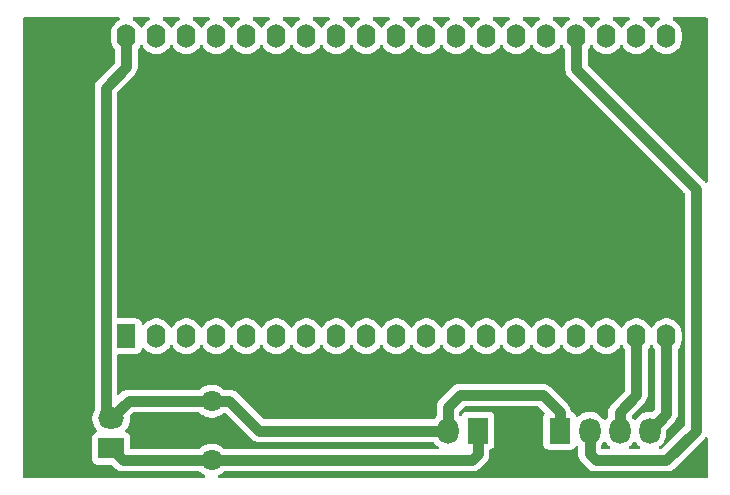
<source format=gtl>
%TF.GenerationSoftware,KiCad,Pcbnew,8.0.5*%
%TF.CreationDate,2025-05-21T15:31:46+02:00*%
%TF.ProjectId,Carte _lec Lum,43617274-6520-4e96-9c65-63204c756d2e,rev?*%
%TF.SameCoordinates,Original*%
%TF.FileFunction,Copper,L1,Top*%
%TF.FilePolarity,Positive*%
%FSLAX46Y46*%
G04 Gerber Fmt 4.6, Leading zero omitted, Abs format (unit mm)*
G04 Created by KiCad (PCBNEW 8.0.5) date 2025-05-21 15:31:46*
%MOMM*%
%LPD*%
G01*
G04 APERTURE LIST*
%TA.AperFunction,ComponentPad*%
%ADD10R,1.600000X2.000000*%
%TD*%
%TA.AperFunction,ComponentPad*%
%ADD11O,1.600000X2.000000*%
%TD*%
%TA.AperFunction,ComponentPad*%
%ADD12R,2.200000X1.800000*%
%TD*%
%TA.AperFunction,ComponentPad*%
%ADD13O,2.200000X1.800000*%
%TD*%
%TA.AperFunction,ComponentPad*%
%ADD14R,1.800000X2.200000*%
%TD*%
%TA.AperFunction,ComponentPad*%
%ADD15O,1.800000X2.200000*%
%TD*%
%TA.AperFunction,ComponentPad*%
%ADD16C,1.800000*%
%TD*%
%TA.AperFunction,Conductor*%
%ADD17C,0.900000*%
%TD*%
G04 APERTURE END LIST*
D10*
%TO.P,U1,1,3.3V*%
%TO.N,unconnected-(U1-3.3V-Pad1)*%
X150280000Y-101500000D03*
D11*
%TO.P,U1,2,EN*%
%TO.N,unconnected-(U1-EN-Pad2)*%
X152820000Y-101500000D03*
%TO.P,U1,3,VP*%
%TO.N,unconnected-(U1-VP-Pad3)*%
X155360000Y-101500000D03*
%TO.P,U1,4,VN*%
%TO.N,unconnected-(U1-VN-Pad4)*%
X157900000Y-101500000D03*
%TO.P,U1,5,GPIO34*%
%TO.N,unconnected-(U1-GPIO34-Pad5)*%
X160440000Y-101500000D03*
%TO.P,U1,6,GPIO35*%
%TO.N,unconnected-(U1-GPIO35-Pad6)*%
X162980000Y-101500000D03*
%TO.P,U1,7,GPIO32*%
%TO.N,unconnected-(U1-GPIO32-Pad7)*%
X165520000Y-101500000D03*
%TO.P,U1,8,GPIO33*%
%TO.N,unconnected-(U1-GPIO33-Pad8)*%
X168060000Y-101500000D03*
%TO.P,U1,9,GPIO25*%
%TO.N,unconnected-(U1-GPIO25-Pad9)*%
X170600000Y-101500000D03*
%TO.P,U1,10,GPIO26*%
%TO.N,unconnected-(U1-GPIO26-Pad10)*%
X173140000Y-101500000D03*
%TO.P,U1,11,GPIO27*%
%TO.N,unconnected-(U1-GPIO27-Pad11)*%
X175680000Y-101500000D03*
%TO.P,U1,12,GPIO14*%
%TO.N,unconnected-(U1-GPIO14-Pad12)*%
X178220000Y-101500000D03*
%TO.P,U1,13,GPIO12*%
%TO.N,unconnected-(U1-GPIO12-Pad13)*%
X180760000Y-101500000D03*
%TO.P,U1,14,GND*%
%TO.N,unconnected-(U1-GND-Pad14)*%
X183300000Y-101500000D03*
%TO.P,U1,15,GPIO13*%
%TO.N,unconnected-(U1-GPIO13-Pad15)*%
X185840000Y-101500000D03*
%TO.P,U1,16,D2_DNC*%
%TO.N,unconnected-(U1-D2_DNC-Pad16)*%
X188380000Y-101500000D03*
%TO.P,U1,17,D3_DNC*%
%TO.N,unconnected-(U1-D3_DNC-Pad17)*%
X190920000Y-101500000D03*
%TO.P,U1,18,CMD_DNC*%
%TO.N,CI*%
X193460000Y-101500000D03*
%TO.P,U1,19,5V*%
%TO.N,5Vss*%
X196000000Y-101500000D03*
%TO.P,U1,20,CLK_DNC*%
%TO.N,unconnected-(U1-CLK_DNC-Pad20)*%
X196000000Y-76100000D03*
%TO.P,U1,21,D0_DNC*%
%TO.N,unconnected-(U1-D0_DNC-Pad21)*%
X193460000Y-76100000D03*
%TO.P,U1,22,D1_DNC*%
%TO.N,unconnected-(U1-D1_DNC-Pad22)*%
X190920000Y-76100000D03*
%TO.P,U1,23,GPIO15*%
%TO.N,DI*%
X188380000Y-76100000D03*
%TO.P,U1,24,GPIO02*%
%TO.N,unconnected-(U1-GPIO02-Pad24)*%
X185840000Y-76100000D03*
%TO.P,U1,25,GPIO00*%
%TO.N,unconnected-(U1-GPIO00-Pad25)*%
X183300000Y-76100000D03*
%TO.P,U1,26,GPIO04*%
%TO.N,unconnected-(U1-GPIO04-Pad26)*%
X180760000Y-76100000D03*
%TO.P,U1,27,GPIO16*%
%TO.N,unconnected-(U1-GPIO16-Pad27)*%
X178220000Y-76100000D03*
%TO.P,U1,28,GPIO17*%
%TO.N,unconnected-(U1-GPIO17-Pad28)*%
X175680000Y-76100000D03*
%TO.P,U1,29,GPIO05*%
%TO.N,unconnected-(U1-GPIO05-Pad29)*%
X173140000Y-76100000D03*
%TO.P,U1,30,GPIO18*%
%TO.N,unconnected-(U1-GPIO18-Pad30)*%
X170600000Y-76100000D03*
%TO.P,U1,31,GPIO19*%
%TO.N,unconnected-(U1-GPIO19-Pad31)*%
X168060000Y-76100000D03*
%TO.P,U1,32,GND*%
%TO.N,unconnected-(U1-GND-Pad32)*%
X165520000Y-76100000D03*
%TO.P,U1,33,GPIO21*%
%TO.N,unconnected-(U1-GPIO21-Pad33)*%
X162980000Y-76100000D03*
%TO.P,U1,34,GPIO03*%
%TO.N,unconnected-(U1-GPIO03-Pad34)*%
X160440000Y-76100000D03*
%TO.P,U1,35,GPIO01*%
%TO.N,unconnected-(U1-GPIO01-Pad35)*%
X157900000Y-76100000D03*
%TO.P,U1,36,GPIO22*%
%TO.N,unconnected-(U1-GPIO22-Pad36)*%
X155360000Y-76100000D03*
%TO.P,U1,37,GPIO23*%
%TO.N,unconnected-(U1-GPIO23-Pad37)*%
X152820000Y-76100000D03*
%TO.P,U1,38,GND*%
%TO.N,GND*%
X150280000Y-76100000D03*
%TD*%
D12*
%TO.P,J3,1,Pin_1*%
%TO.N,5V+*%
X149000000Y-111000000D03*
D13*
%TO.P,J3,2,Pin_2*%
%TO.N,GND*%
X149000000Y-108460000D03*
%TD*%
D14*
%TO.P,J2,1,Pin_1*%
%TO.N,5V+*%
X180040000Y-109500000D03*
D15*
%TO.P,J2,2,Pin_2*%
%TO.N,GND*%
X177500000Y-109500000D03*
%TD*%
D14*
%TO.P,J1,1,Pin_1*%
%TO.N,GND*%
X186960000Y-109500000D03*
D15*
%TO.P,J1,2,Pin_2*%
%TO.N,DI*%
X189500000Y-109500000D03*
%TO.P,J1,3,Pin_3*%
%TO.N,CI*%
X192040000Y-109500000D03*
%TO.P,J1,4,Pin_4*%
%TO.N,5Vss*%
X194580000Y-109500000D03*
%TD*%
D16*
%TO.P,C5,1*%
%TO.N,5V+*%
X157500000Y-112000000D03*
%TO.P,C5,2*%
%TO.N,GND*%
X157500000Y-107000000D03*
%TD*%
D17*
%TO.N,DI*%
X188380000Y-78880000D02*
X188380000Y-76100000D01*
X196000000Y-112000000D02*
X198500000Y-109500000D01*
X190000000Y-112000000D02*
X196000000Y-112000000D01*
X198500000Y-89000000D02*
X188380000Y-78880000D01*
X189500000Y-111500000D02*
X190000000Y-112000000D01*
X198500000Y-109500000D02*
X198500000Y-89000000D01*
X189500000Y-109500000D02*
X189500000Y-111500000D01*
%TO.N,GND*%
X148530000Y-107990000D02*
X149000000Y-108460000D01*
X150280000Y-78720000D02*
X148530000Y-80470000D01*
X148530000Y-80470000D02*
X148530000Y-107990000D01*
X150280000Y-76100000D02*
X150280000Y-78720000D01*
%TO.N,5V+*%
X150000000Y-112000000D02*
X157500000Y-112000000D01*
X149000000Y-111000000D02*
X150000000Y-112000000D01*
%TO.N,GND*%
X149000000Y-108460000D02*
X150460000Y-107000000D01*
X150460000Y-107000000D02*
X157500000Y-107000000D01*
%TO.N,CI*%
X193460000Y-106480000D02*
X193460000Y-101500000D01*
X192040000Y-107900000D02*
X193460000Y-106480000D01*
X192040000Y-109500000D02*
X192040000Y-107900000D01*
%TO.N,5Vss*%
X196000000Y-108080000D02*
X196000000Y-101500000D01*
X194580000Y-109500000D02*
X196000000Y-108080000D01*
%TO.N,5V+*%
X180040000Y-111500000D02*
X180040000Y-109500000D01*
X179540000Y-112000000D02*
X180040000Y-111500000D01*
X157500000Y-112000000D02*
X179540000Y-112000000D01*
%TO.N,GND*%
X159000000Y-107000000D02*
X161500000Y-109500000D01*
X161500000Y-109500000D02*
X177500000Y-109500000D01*
X157500000Y-107000000D02*
X159000000Y-107000000D01*
X178500000Y-106500000D02*
X177500000Y-107500000D01*
X185550000Y-106500000D02*
X178500000Y-106500000D01*
X177500000Y-107500000D02*
X177500000Y-109500000D01*
X186960000Y-107910000D02*
X185550000Y-106500000D01*
X186960000Y-109500000D02*
X186960000Y-107910000D01*
%TD*%
%TA.AperFunction,NonConductor*%
G36*
X195432618Y-74520185D02*
G01*
X195478373Y-74572989D01*
X195488317Y-74642147D01*
X195459292Y-74705703D01*
X195421874Y-74734985D01*
X195318386Y-74787715D01*
X195152786Y-74908028D01*
X195008028Y-75052786D01*
X194887715Y-75218386D01*
X194840485Y-75311080D01*
X194792510Y-75361876D01*
X194724689Y-75378671D01*
X194658554Y-75356134D01*
X194619515Y-75311080D01*
X194618883Y-75309840D01*
X194572287Y-75218390D01*
X194564556Y-75207749D01*
X194451971Y-75052786D01*
X194307213Y-74908028D01*
X194141613Y-74787715D01*
X194141612Y-74787714D01*
X194141610Y-74787713D01*
X194038126Y-74734985D01*
X193987330Y-74687010D01*
X193970535Y-74619189D01*
X193993073Y-74553054D01*
X194047788Y-74509603D01*
X194094421Y-74500500D01*
X195365579Y-74500500D01*
X195432618Y-74520185D01*
G37*
%TD.AperFunction*%
%TA.AperFunction,NonConductor*%
G36*
X192892618Y-74520185D02*
G01*
X192938373Y-74572989D01*
X192948317Y-74642147D01*
X192919292Y-74705703D01*
X192881874Y-74734985D01*
X192778386Y-74787715D01*
X192612786Y-74908028D01*
X192468028Y-75052786D01*
X192347715Y-75218386D01*
X192300485Y-75311080D01*
X192252510Y-75361876D01*
X192184689Y-75378671D01*
X192118554Y-75356134D01*
X192079515Y-75311080D01*
X192078883Y-75309840D01*
X192032287Y-75218390D01*
X192024556Y-75207749D01*
X191911971Y-75052786D01*
X191767213Y-74908028D01*
X191601613Y-74787715D01*
X191601612Y-74787714D01*
X191601610Y-74787713D01*
X191498126Y-74734985D01*
X191447330Y-74687010D01*
X191430535Y-74619189D01*
X191453073Y-74553054D01*
X191507788Y-74509603D01*
X191554421Y-74500500D01*
X192825579Y-74500500D01*
X192892618Y-74520185D01*
G37*
%TD.AperFunction*%
%TA.AperFunction,NonConductor*%
G36*
X190352618Y-74520185D02*
G01*
X190398373Y-74572989D01*
X190408317Y-74642147D01*
X190379292Y-74705703D01*
X190341874Y-74734985D01*
X190238386Y-74787715D01*
X190072786Y-74908028D01*
X189928028Y-75052786D01*
X189807715Y-75218386D01*
X189760485Y-75311080D01*
X189712510Y-75361876D01*
X189644689Y-75378671D01*
X189578554Y-75356134D01*
X189539515Y-75311080D01*
X189538883Y-75309840D01*
X189492287Y-75218390D01*
X189484556Y-75207749D01*
X189371971Y-75052786D01*
X189227213Y-74908028D01*
X189061613Y-74787715D01*
X189061612Y-74787714D01*
X189061610Y-74787713D01*
X188958126Y-74734985D01*
X188907330Y-74687010D01*
X188890535Y-74619189D01*
X188913073Y-74553054D01*
X188967788Y-74509603D01*
X189014421Y-74500500D01*
X190285579Y-74500500D01*
X190352618Y-74520185D01*
G37*
%TD.AperFunction*%
%TA.AperFunction,NonConductor*%
G36*
X187812618Y-74520185D02*
G01*
X187858373Y-74572989D01*
X187868317Y-74642147D01*
X187839292Y-74705703D01*
X187801874Y-74734985D01*
X187698386Y-74787715D01*
X187532786Y-74908028D01*
X187388028Y-75052786D01*
X187267715Y-75218386D01*
X187220485Y-75311080D01*
X187172510Y-75361876D01*
X187104689Y-75378671D01*
X187038554Y-75356134D01*
X186999515Y-75311080D01*
X186998883Y-75309840D01*
X186952287Y-75218390D01*
X186944556Y-75207749D01*
X186831971Y-75052786D01*
X186687213Y-74908028D01*
X186521613Y-74787715D01*
X186521612Y-74787714D01*
X186521610Y-74787713D01*
X186418126Y-74734985D01*
X186367330Y-74687010D01*
X186350535Y-74619189D01*
X186373073Y-74553054D01*
X186427788Y-74509603D01*
X186474421Y-74500500D01*
X187745579Y-74500500D01*
X187812618Y-74520185D01*
G37*
%TD.AperFunction*%
%TA.AperFunction,NonConductor*%
G36*
X185272618Y-74520185D02*
G01*
X185318373Y-74572989D01*
X185328317Y-74642147D01*
X185299292Y-74705703D01*
X185261874Y-74734985D01*
X185158386Y-74787715D01*
X184992786Y-74908028D01*
X184848028Y-75052786D01*
X184727715Y-75218386D01*
X184680485Y-75311080D01*
X184632510Y-75361876D01*
X184564689Y-75378671D01*
X184498554Y-75356134D01*
X184459515Y-75311080D01*
X184458883Y-75309840D01*
X184412287Y-75218390D01*
X184404556Y-75207749D01*
X184291971Y-75052786D01*
X184147213Y-74908028D01*
X183981613Y-74787715D01*
X183981612Y-74787714D01*
X183981610Y-74787713D01*
X183878126Y-74734985D01*
X183827330Y-74687010D01*
X183810535Y-74619189D01*
X183833073Y-74553054D01*
X183887788Y-74509603D01*
X183934421Y-74500500D01*
X185205579Y-74500500D01*
X185272618Y-74520185D01*
G37*
%TD.AperFunction*%
%TA.AperFunction,NonConductor*%
G36*
X182732618Y-74520185D02*
G01*
X182778373Y-74572989D01*
X182788317Y-74642147D01*
X182759292Y-74705703D01*
X182721874Y-74734985D01*
X182618386Y-74787715D01*
X182452786Y-74908028D01*
X182308028Y-75052786D01*
X182187715Y-75218386D01*
X182140485Y-75311080D01*
X182092510Y-75361876D01*
X182024689Y-75378671D01*
X181958554Y-75356134D01*
X181919515Y-75311080D01*
X181918883Y-75309840D01*
X181872287Y-75218390D01*
X181864556Y-75207749D01*
X181751971Y-75052786D01*
X181607213Y-74908028D01*
X181441613Y-74787715D01*
X181441612Y-74787714D01*
X181441610Y-74787713D01*
X181338126Y-74734985D01*
X181287330Y-74687010D01*
X181270535Y-74619189D01*
X181293073Y-74553054D01*
X181347788Y-74509603D01*
X181394421Y-74500500D01*
X182665579Y-74500500D01*
X182732618Y-74520185D01*
G37*
%TD.AperFunction*%
%TA.AperFunction,NonConductor*%
G36*
X180192618Y-74520185D02*
G01*
X180238373Y-74572989D01*
X180248317Y-74642147D01*
X180219292Y-74705703D01*
X180181874Y-74734985D01*
X180078386Y-74787715D01*
X179912786Y-74908028D01*
X179768028Y-75052786D01*
X179647715Y-75218386D01*
X179600485Y-75311080D01*
X179552510Y-75361876D01*
X179484689Y-75378671D01*
X179418554Y-75356134D01*
X179379515Y-75311080D01*
X179378883Y-75309840D01*
X179332287Y-75218390D01*
X179324556Y-75207749D01*
X179211971Y-75052786D01*
X179067213Y-74908028D01*
X178901613Y-74787715D01*
X178901612Y-74787714D01*
X178901610Y-74787713D01*
X178798126Y-74734985D01*
X178747330Y-74687010D01*
X178730535Y-74619189D01*
X178753073Y-74553054D01*
X178807788Y-74509603D01*
X178854421Y-74500500D01*
X180125579Y-74500500D01*
X180192618Y-74520185D01*
G37*
%TD.AperFunction*%
%TA.AperFunction,NonConductor*%
G36*
X177652618Y-74520185D02*
G01*
X177698373Y-74572989D01*
X177708317Y-74642147D01*
X177679292Y-74705703D01*
X177641874Y-74734985D01*
X177538386Y-74787715D01*
X177372786Y-74908028D01*
X177228028Y-75052786D01*
X177107715Y-75218386D01*
X177060485Y-75311080D01*
X177012510Y-75361876D01*
X176944689Y-75378671D01*
X176878554Y-75356134D01*
X176839515Y-75311080D01*
X176838883Y-75309840D01*
X176792287Y-75218390D01*
X176784556Y-75207749D01*
X176671971Y-75052786D01*
X176527213Y-74908028D01*
X176361613Y-74787715D01*
X176361612Y-74787714D01*
X176361610Y-74787713D01*
X176258126Y-74734985D01*
X176207330Y-74687010D01*
X176190535Y-74619189D01*
X176213073Y-74553054D01*
X176267788Y-74509603D01*
X176314421Y-74500500D01*
X177585579Y-74500500D01*
X177652618Y-74520185D01*
G37*
%TD.AperFunction*%
%TA.AperFunction,NonConductor*%
G36*
X175112618Y-74520185D02*
G01*
X175158373Y-74572989D01*
X175168317Y-74642147D01*
X175139292Y-74705703D01*
X175101874Y-74734985D01*
X174998386Y-74787715D01*
X174832786Y-74908028D01*
X174688028Y-75052786D01*
X174567715Y-75218386D01*
X174520485Y-75311080D01*
X174472510Y-75361876D01*
X174404689Y-75378671D01*
X174338554Y-75356134D01*
X174299515Y-75311080D01*
X174298883Y-75309840D01*
X174252287Y-75218390D01*
X174244556Y-75207749D01*
X174131971Y-75052786D01*
X173987213Y-74908028D01*
X173821613Y-74787715D01*
X173821612Y-74787714D01*
X173821610Y-74787713D01*
X173718126Y-74734985D01*
X173667330Y-74687010D01*
X173650535Y-74619189D01*
X173673073Y-74553054D01*
X173727788Y-74509603D01*
X173774421Y-74500500D01*
X175045579Y-74500500D01*
X175112618Y-74520185D01*
G37*
%TD.AperFunction*%
%TA.AperFunction,NonConductor*%
G36*
X172572618Y-74520185D02*
G01*
X172618373Y-74572989D01*
X172628317Y-74642147D01*
X172599292Y-74705703D01*
X172561874Y-74734985D01*
X172458386Y-74787715D01*
X172292786Y-74908028D01*
X172148028Y-75052786D01*
X172027715Y-75218386D01*
X171980485Y-75311080D01*
X171932510Y-75361876D01*
X171864689Y-75378671D01*
X171798554Y-75356134D01*
X171759515Y-75311080D01*
X171758883Y-75309840D01*
X171712287Y-75218390D01*
X171704556Y-75207749D01*
X171591971Y-75052786D01*
X171447213Y-74908028D01*
X171281613Y-74787715D01*
X171281612Y-74787714D01*
X171281610Y-74787713D01*
X171178126Y-74734985D01*
X171127330Y-74687010D01*
X171110535Y-74619189D01*
X171133073Y-74553054D01*
X171187788Y-74509603D01*
X171234421Y-74500500D01*
X172505579Y-74500500D01*
X172572618Y-74520185D01*
G37*
%TD.AperFunction*%
%TA.AperFunction,NonConductor*%
G36*
X170032618Y-74520185D02*
G01*
X170078373Y-74572989D01*
X170088317Y-74642147D01*
X170059292Y-74705703D01*
X170021874Y-74734985D01*
X169918386Y-74787715D01*
X169752786Y-74908028D01*
X169608028Y-75052786D01*
X169487715Y-75218386D01*
X169440485Y-75311080D01*
X169392510Y-75361876D01*
X169324689Y-75378671D01*
X169258554Y-75356134D01*
X169219515Y-75311080D01*
X169218883Y-75309840D01*
X169172287Y-75218390D01*
X169164556Y-75207749D01*
X169051971Y-75052786D01*
X168907213Y-74908028D01*
X168741613Y-74787715D01*
X168741612Y-74787714D01*
X168741610Y-74787713D01*
X168638126Y-74734985D01*
X168587330Y-74687010D01*
X168570535Y-74619189D01*
X168593073Y-74553054D01*
X168647788Y-74509603D01*
X168694421Y-74500500D01*
X169965579Y-74500500D01*
X170032618Y-74520185D01*
G37*
%TD.AperFunction*%
%TA.AperFunction,NonConductor*%
G36*
X167492618Y-74520185D02*
G01*
X167538373Y-74572989D01*
X167548317Y-74642147D01*
X167519292Y-74705703D01*
X167481874Y-74734985D01*
X167378386Y-74787715D01*
X167212786Y-74908028D01*
X167068028Y-75052786D01*
X166947715Y-75218386D01*
X166900485Y-75311080D01*
X166852510Y-75361876D01*
X166784689Y-75378671D01*
X166718554Y-75356134D01*
X166679515Y-75311080D01*
X166678883Y-75309840D01*
X166632287Y-75218390D01*
X166624556Y-75207749D01*
X166511971Y-75052786D01*
X166367213Y-74908028D01*
X166201613Y-74787715D01*
X166201612Y-74787714D01*
X166201610Y-74787713D01*
X166098126Y-74734985D01*
X166047330Y-74687010D01*
X166030535Y-74619189D01*
X166053073Y-74553054D01*
X166107788Y-74509603D01*
X166154421Y-74500500D01*
X167425579Y-74500500D01*
X167492618Y-74520185D01*
G37*
%TD.AperFunction*%
%TA.AperFunction,NonConductor*%
G36*
X164952618Y-74520185D02*
G01*
X164998373Y-74572989D01*
X165008317Y-74642147D01*
X164979292Y-74705703D01*
X164941874Y-74734985D01*
X164838386Y-74787715D01*
X164672786Y-74908028D01*
X164528028Y-75052786D01*
X164407715Y-75218386D01*
X164360485Y-75311080D01*
X164312510Y-75361876D01*
X164244689Y-75378671D01*
X164178554Y-75356134D01*
X164139515Y-75311080D01*
X164138883Y-75309840D01*
X164092287Y-75218390D01*
X164084556Y-75207749D01*
X163971971Y-75052786D01*
X163827213Y-74908028D01*
X163661613Y-74787715D01*
X163661612Y-74787714D01*
X163661610Y-74787713D01*
X163558126Y-74734985D01*
X163507330Y-74687010D01*
X163490535Y-74619189D01*
X163513073Y-74553054D01*
X163567788Y-74509603D01*
X163614421Y-74500500D01*
X164885579Y-74500500D01*
X164952618Y-74520185D01*
G37*
%TD.AperFunction*%
%TA.AperFunction,NonConductor*%
G36*
X162412618Y-74520185D02*
G01*
X162458373Y-74572989D01*
X162468317Y-74642147D01*
X162439292Y-74705703D01*
X162401874Y-74734985D01*
X162298386Y-74787715D01*
X162132786Y-74908028D01*
X161988028Y-75052786D01*
X161867715Y-75218386D01*
X161820485Y-75311080D01*
X161772510Y-75361876D01*
X161704689Y-75378671D01*
X161638554Y-75356134D01*
X161599515Y-75311080D01*
X161598883Y-75309840D01*
X161552287Y-75218390D01*
X161544556Y-75207749D01*
X161431971Y-75052786D01*
X161287213Y-74908028D01*
X161121613Y-74787715D01*
X161121612Y-74787714D01*
X161121610Y-74787713D01*
X161018126Y-74734985D01*
X160967330Y-74687010D01*
X160950535Y-74619189D01*
X160973073Y-74553054D01*
X161027788Y-74509603D01*
X161074421Y-74500500D01*
X162345579Y-74500500D01*
X162412618Y-74520185D01*
G37*
%TD.AperFunction*%
%TA.AperFunction,NonConductor*%
G36*
X159872618Y-74520185D02*
G01*
X159918373Y-74572989D01*
X159928317Y-74642147D01*
X159899292Y-74705703D01*
X159861874Y-74734985D01*
X159758386Y-74787715D01*
X159592786Y-74908028D01*
X159448028Y-75052786D01*
X159327715Y-75218386D01*
X159280485Y-75311080D01*
X159232510Y-75361876D01*
X159164689Y-75378671D01*
X159098554Y-75356134D01*
X159059515Y-75311080D01*
X159058883Y-75309840D01*
X159012287Y-75218390D01*
X159004556Y-75207749D01*
X158891971Y-75052786D01*
X158747213Y-74908028D01*
X158581613Y-74787715D01*
X158581612Y-74787714D01*
X158581610Y-74787713D01*
X158478126Y-74734985D01*
X158427330Y-74687010D01*
X158410535Y-74619189D01*
X158433073Y-74553054D01*
X158487788Y-74509603D01*
X158534421Y-74500500D01*
X159805579Y-74500500D01*
X159872618Y-74520185D01*
G37*
%TD.AperFunction*%
%TA.AperFunction,NonConductor*%
G36*
X157332618Y-74520185D02*
G01*
X157378373Y-74572989D01*
X157388317Y-74642147D01*
X157359292Y-74705703D01*
X157321874Y-74734985D01*
X157218386Y-74787715D01*
X157052786Y-74908028D01*
X156908028Y-75052786D01*
X156787715Y-75218386D01*
X156740485Y-75311080D01*
X156692510Y-75361876D01*
X156624689Y-75378671D01*
X156558554Y-75356134D01*
X156519515Y-75311080D01*
X156518883Y-75309840D01*
X156472287Y-75218390D01*
X156464556Y-75207749D01*
X156351971Y-75052786D01*
X156207213Y-74908028D01*
X156041613Y-74787715D01*
X156041612Y-74787714D01*
X156041610Y-74787713D01*
X155938126Y-74734985D01*
X155887330Y-74687010D01*
X155870535Y-74619189D01*
X155893073Y-74553054D01*
X155947788Y-74509603D01*
X155994421Y-74500500D01*
X157265579Y-74500500D01*
X157332618Y-74520185D01*
G37*
%TD.AperFunction*%
%TA.AperFunction,NonConductor*%
G36*
X154792618Y-74520185D02*
G01*
X154838373Y-74572989D01*
X154848317Y-74642147D01*
X154819292Y-74705703D01*
X154781874Y-74734985D01*
X154678386Y-74787715D01*
X154512786Y-74908028D01*
X154368028Y-75052786D01*
X154247715Y-75218386D01*
X154200485Y-75311080D01*
X154152510Y-75361876D01*
X154084689Y-75378671D01*
X154018554Y-75356134D01*
X153979515Y-75311080D01*
X153978883Y-75309840D01*
X153932287Y-75218390D01*
X153924556Y-75207749D01*
X153811971Y-75052786D01*
X153667213Y-74908028D01*
X153501613Y-74787715D01*
X153501612Y-74787714D01*
X153501610Y-74787713D01*
X153398126Y-74734985D01*
X153347330Y-74687010D01*
X153330535Y-74619189D01*
X153353073Y-74553054D01*
X153407788Y-74509603D01*
X153454421Y-74500500D01*
X154725579Y-74500500D01*
X154792618Y-74520185D01*
G37*
%TD.AperFunction*%
%TA.AperFunction,NonConductor*%
G36*
X152252618Y-74520185D02*
G01*
X152298373Y-74572989D01*
X152308317Y-74642147D01*
X152279292Y-74705703D01*
X152241874Y-74734985D01*
X152138386Y-74787715D01*
X151972786Y-74908028D01*
X151828028Y-75052786D01*
X151707715Y-75218386D01*
X151660485Y-75311080D01*
X151612510Y-75361876D01*
X151544689Y-75378671D01*
X151478554Y-75356134D01*
X151439515Y-75311080D01*
X151438883Y-75309840D01*
X151392287Y-75218390D01*
X151384556Y-75207749D01*
X151271971Y-75052786D01*
X151127213Y-74908028D01*
X150961613Y-74787715D01*
X150961612Y-74787714D01*
X150961610Y-74787713D01*
X150858126Y-74734985D01*
X150807330Y-74687010D01*
X150790535Y-74619189D01*
X150813073Y-74553054D01*
X150867788Y-74509603D01*
X150914421Y-74500500D01*
X152185579Y-74500500D01*
X152252618Y-74520185D01*
G37*
%TD.AperFunction*%
%TA.AperFunction,NonConductor*%
G36*
X199442539Y-74520185D02*
G01*
X199488294Y-74572989D01*
X199499500Y-74624500D01*
X199499500Y-88376228D01*
X199479815Y-88443267D01*
X199427011Y-88489022D01*
X199357853Y-88498966D01*
X199294297Y-88469941D01*
X199272398Y-88445119D01*
X199238303Y-88394093D01*
X199220438Y-88376228D01*
X199105908Y-88261698D01*
X189366819Y-78522609D01*
X189333334Y-78461286D01*
X189330500Y-78434928D01*
X189330500Y-77240047D01*
X189350185Y-77173008D01*
X189366819Y-77152366D01*
X189371966Y-77147219D01*
X189371968Y-77147215D01*
X189371971Y-77147213D01*
X189492284Y-76981614D01*
X189492285Y-76981613D01*
X189492287Y-76981610D01*
X189539516Y-76888917D01*
X189587489Y-76838123D01*
X189655310Y-76821328D01*
X189721445Y-76843865D01*
X189760485Y-76888919D01*
X189807715Y-76981614D01*
X189928028Y-77147213D01*
X190072786Y-77291971D01*
X190227749Y-77404556D01*
X190238390Y-77412287D01*
X190354607Y-77471503D01*
X190420776Y-77505218D01*
X190420778Y-77505218D01*
X190420781Y-77505220D01*
X190525137Y-77539127D01*
X190615465Y-77568477D01*
X190716557Y-77584488D01*
X190817648Y-77600500D01*
X190817649Y-77600500D01*
X191022351Y-77600500D01*
X191022352Y-77600500D01*
X191224534Y-77568477D01*
X191419219Y-77505220D01*
X191601610Y-77412287D01*
X191694590Y-77344732D01*
X191767213Y-77291971D01*
X191767215Y-77291968D01*
X191767219Y-77291966D01*
X191911966Y-77147219D01*
X191911968Y-77147215D01*
X191911971Y-77147213D01*
X192032284Y-76981614D01*
X192032285Y-76981613D01*
X192032287Y-76981610D01*
X192079516Y-76888917D01*
X192127489Y-76838123D01*
X192195310Y-76821328D01*
X192261445Y-76843865D01*
X192300485Y-76888919D01*
X192347715Y-76981614D01*
X192468028Y-77147213D01*
X192612786Y-77291971D01*
X192767749Y-77404556D01*
X192778390Y-77412287D01*
X192894607Y-77471503D01*
X192960776Y-77505218D01*
X192960778Y-77505218D01*
X192960781Y-77505220D01*
X193065137Y-77539127D01*
X193155465Y-77568477D01*
X193256557Y-77584488D01*
X193357648Y-77600500D01*
X193357649Y-77600500D01*
X193562351Y-77600500D01*
X193562352Y-77600500D01*
X193764534Y-77568477D01*
X193959219Y-77505220D01*
X194141610Y-77412287D01*
X194234590Y-77344732D01*
X194307213Y-77291971D01*
X194307215Y-77291968D01*
X194307219Y-77291966D01*
X194451966Y-77147219D01*
X194451968Y-77147215D01*
X194451971Y-77147213D01*
X194572284Y-76981614D01*
X194572285Y-76981613D01*
X194572287Y-76981610D01*
X194619516Y-76888917D01*
X194667489Y-76838123D01*
X194735310Y-76821328D01*
X194801445Y-76843865D01*
X194840485Y-76888919D01*
X194887715Y-76981614D01*
X195008028Y-77147213D01*
X195152786Y-77291971D01*
X195307749Y-77404556D01*
X195318390Y-77412287D01*
X195434607Y-77471503D01*
X195500776Y-77505218D01*
X195500778Y-77505218D01*
X195500781Y-77505220D01*
X195605137Y-77539127D01*
X195695465Y-77568477D01*
X195796557Y-77584488D01*
X195897648Y-77600500D01*
X195897649Y-77600500D01*
X196102351Y-77600500D01*
X196102352Y-77600500D01*
X196304534Y-77568477D01*
X196499219Y-77505220D01*
X196681610Y-77412287D01*
X196774590Y-77344732D01*
X196847213Y-77291971D01*
X196847215Y-77291968D01*
X196847219Y-77291966D01*
X196991966Y-77147219D01*
X196991968Y-77147215D01*
X196991971Y-77147213D01*
X197044732Y-77074590D01*
X197112287Y-76981610D01*
X197205220Y-76799219D01*
X197268477Y-76604534D01*
X197300500Y-76402352D01*
X197300500Y-75797648D01*
X197268477Y-75595466D01*
X197205220Y-75400781D01*
X197205218Y-75400778D01*
X197205218Y-75400776D01*
X197159515Y-75311080D01*
X197112287Y-75218390D01*
X197104556Y-75207749D01*
X196991971Y-75052786D01*
X196847213Y-74908028D01*
X196681613Y-74787715D01*
X196681612Y-74787714D01*
X196681610Y-74787713D01*
X196578126Y-74734985D01*
X196527330Y-74687010D01*
X196510535Y-74619189D01*
X196533073Y-74553054D01*
X196587788Y-74509603D01*
X196634421Y-74500500D01*
X199375500Y-74500500D01*
X199442539Y-74520185D01*
G37*
%TD.AperFunction*%
%TA.AperFunction,NonConductor*%
G36*
X194801445Y-102243865D02*
G01*
X194840485Y-102288919D01*
X194887715Y-102381614D01*
X195008028Y-102547213D01*
X195013181Y-102552366D01*
X195046666Y-102613689D01*
X195049500Y-102640047D01*
X195049500Y-107634927D01*
X195029815Y-107701966D01*
X195013181Y-107722609D01*
X194860993Y-107874796D01*
X194799670Y-107908280D01*
X194753914Y-107909587D01*
X194690226Y-107899500D01*
X194690222Y-107899500D01*
X194469778Y-107899500D01*
X194397201Y-107910995D01*
X194252047Y-107933985D01*
X194042396Y-108002103D01*
X194042393Y-108002104D01*
X193845974Y-108102187D01*
X193667641Y-108231752D01*
X193667636Y-108231756D01*
X193511756Y-108387636D01*
X193511752Y-108387641D01*
X193410318Y-108527254D01*
X193354988Y-108569920D01*
X193285375Y-108575899D01*
X193223580Y-108543293D01*
X193209682Y-108527254D01*
X193108247Y-108387641D01*
X193108243Y-108387636D01*
X193090089Y-108369482D01*
X193056604Y-108308159D01*
X193061588Y-108238467D01*
X193090089Y-108194120D01*
X194198301Y-107085909D01*
X194217165Y-107057678D01*
X194302322Y-106930231D01*
X194373973Y-106757251D01*
X194410500Y-106573616D01*
X194410500Y-102640047D01*
X194430185Y-102573008D01*
X194446819Y-102552366D01*
X194451966Y-102547219D01*
X194451968Y-102547215D01*
X194451971Y-102547213D01*
X194572284Y-102381614D01*
X194572285Y-102381613D01*
X194572287Y-102381610D01*
X194619516Y-102288917D01*
X194667489Y-102238123D01*
X194735310Y-102221328D01*
X194801445Y-102243865D01*
G37*
%TD.AperFunction*%
%TA.AperFunction,NonConductor*%
G36*
X192261445Y-102243865D02*
G01*
X192300485Y-102288919D01*
X192347715Y-102381614D01*
X192468028Y-102547213D01*
X192473181Y-102552366D01*
X192506666Y-102613689D01*
X192509500Y-102640047D01*
X192509500Y-106034927D01*
X192489815Y-106101966D01*
X192473181Y-106122608D01*
X191301700Y-107294088D01*
X191301697Y-107294092D01*
X191197677Y-107449769D01*
X191197674Y-107449774D01*
X191187604Y-107474089D01*
X191187603Y-107474092D01*
X191126027Y-107622748D01*
X191126025Y-107622756D01*
X191089500Y-107806379D01*
X191089500Y-108218531D01*
X191069815Y-108285570D01*
X191053181Y-108306212D01*
X190971756Y-108387636D01*
X190971752Y-108387641D01*
X190870318Y-108527254D01*
X190814988Y-108569920D01*
X190745375Y-108575899D01*
X190683580Y-108543293D01*
X190669682Y-108527254D01*
X190568247Y-108387641D01*
X190568243Y-108387636D01*
X190412363Y-108231756D01*
X190412358Y-108231752D01*
X190234025Y-108102187D01*
X190234024Y-108102186D01*
X190234022Y-108102185D01*
X190116791Y-108042452D01*
X190037606Y-108002104D01*
X190037603Y-108002103D01*
X189827952Y-107933985D01*
X189703615Y-107914292D01*
X189610222Y-107899500D01*
X189389778Y-107899500D01*
X189317201Y-107910995D01*
X189172047Y-107933985D01*
X188962396Y-108002103D01*
X188962393Y-108002104D01*
X188765974Y-108102187D01*
X188587641Y-108231752D01*
X188587636Y-108231756D01*
X188537463Y-108281929D01*
X188476140Y-108315413D01*
X188406448Y-108310428D01*
X188350515Y-108268557D01*
X188333601Y-108237580D01*
X188303797Y-108157671D01*
X188303793Y-108157664D01*
X188217547Y-108042455D01*
X188217544Y-108042452D01*
X188102335Y-107956206D01*
X188102328Y-107956202D01*
X187989961Y-107914292D01*
X187934027Y-107872421D01*
X187911677Y-107822301D01*
X187873974Y-107632756D01*
X187873973Y-107632749D01*
X187808254Y-107474089D01*
X187802323Y-107459771D01*
X187802318Y-107459762D01*
X187698303Y-107304093D01*
X187645907Y-107251697D01*
X187565908Y-107171698D01*
X186967826Y-106573616D01*
X186155911Y-105761700D01*
X186155907Y-105761697D01*
X186000236Y-105657680D01*
X186000227Y-105657675D01*
X185898903Y-105615706D01*
X185898901Y-105615705D01*
X185827251Y-105586027D01*
X185827247Y-105586026D01*
X185827243Y-105586024D01*
X185735433Y-105567763D01*
X185643620Y-105549500D01*
X185643617Y-105549500D01*
X185643616Y-105549500D01*
X178406384Y-105549500D01*
X178406379Y-105549500D01*
X178222756Y-105586024D01*
X178222752Y-105586026D01*
X178222750Y-105586026D01*
X178222749Y-105586027D01*
X178190222Y-105599500D01*
X178151097Y-105615706D01*
X178049772Y-105657675D01*
X178049763Y-105657680D01*
X177894092Y-105761697D01*
X177894088Y-105761700D01*
X176761700Y-106894088D01*
X176761697Y-106894092D01*
X176657678Y-107049766D01*
X176642708Y-107085909D01*
X176586028Y-107222745D01*
X176586025Y-107222755D01*
X176580268Y-107251697D01*
X176580269Y-107251698D01*
X176562367Y-107341699D01*
X176562367Y-107341700D01*
X176549500Y-107406382D01*
X176549500Y-108218531D01*
X176529815Y-108285570D01*
X176513181Y-108306212D01*
X176431756Y-108387636D01*
X176431754Y-108387638D01*
X176351295Y-108498384D01*
X176295965Y-108541051D01*
X176250976Y-108549500D01*
X161945072Y-108549500D01*
X161878033Y-108529815D01*
X161857391Y-108513181D01*
X159605911Y-106261700D01*
X159605907Y-106261697D01*
X159450236Y-106157680D01*
X159450227Y-106157675D01*
X159348903Y-106115706D01*
X159348901Y-106115705D01*
X159277251Y-106086027D01*
X159277247Y-106086026D01*
X159277243Y-106086024D01*
X159185433Y-106067763D01*
X159093620Y-106049500D01*
X159093617Y-106049500D01*
X159093616Y-106049500D01*
X158582962Y-106049500D01*
X158515923Y-106029815D01*
X158491735Y-106009485D01*
X158451784Y-105966087D01*
X158322524Y-105865480D01*
X158268628Y-105823531D01*
X158064504Y-105713064D01*
X158064495Y-105713061D01*
X157844984Y-105637702D01*
X157673282Y-105609050D01*
X157616049Y-105599500D01*
X157383951Y-105599500D01*
X157338164Y-105607140D01*
X157155015Y-105637702D01*
X156935504Y-105713061D01*
X156935495Y-105713064D01*
X156731371Y-105823531D01*
X156602114Y-105924136D01*
X156548216Y-105966087D01*
X156508266Y-106009484D01*
X156448381Y-106045473D01*
X156417038Y-106049500D01*
X150366378Y-106049500D01*
X150182756Y-106086024D01*
X150182752Y-106086026D01*
X150182750Y-106086026D01*
X150182749Y-106086027D01*
X150111099Y-106115705D01*
X150111097Y-106115706D01*
X150009772Y-106157675D01*
X150009763Y-106157680D01*
X149854092Y-106261697D01*
X149854088Y-106261700D01*
X149692181Y-106423608D01*
X149630858Y-106457093D01*
X149561166Y-106452109D01*
X149505233Y-106410237D01*
X149480816Y-106344773D01*
X149480500Y-106335927D01*
X149480500Y-103124499D01*
X149500185Y-103057460D01*
X149552989Y-103011705D01*
X149604500Y-103000499D01*
X151127871Y-103000499D01*
X151127872Y-103000499D01*
X151187483Y-102994091D01*
X151322331Y-102943796D01*
X151437546Y-102857546D01*
X151523796Y-102742331D01*
X151574091Y-102607483D01*
X151578061Y-102570556D01*
X151604796Y-102506011D01*
X151662188Y-102466161D01*
X151732013Y-102463666D01*
X151792102Y-102499317D01*
X151801667Y-102510929D01*
X151828032Y-102547217D01*
X151972786Y-102691971D01*
X152127749Y-102804556D01*
X152138390Y-102812287D01*
X152227212Y-102857544D01*
X152320776Y-102905218D01*
X152320778Y-102905218D01*
X152320781Y-102905220D01*
X152425137Y-102939127D01*
X152515465Y-102968477D01*
X152616557Y-102984488D01*
X152717648Y-103000500D01*
X152717649Y-103000500D01*
X152922351Y-103000500D01*
X152922352Y-103000500D01*
X153124534Y-102968477D01*
X153319219Y-102905220D01*
X153501610Y-102812287D01*
X153597901Y-102742328D01*
X153667213Y-102691971D01*
X153667215Y-102691968D01*
X153667219Y-102691966D01*
X153811966Y-102547219D01*
X153811968Y-102547215D01*
X153811971Y-102547213D01*
X153932284Y-102381614D01*
X153932285Y-102381613D01*
X153932287Y-102381610D01*
X153979516Y-102288917D01*
X154027489Y-102238123D01*
X154095310Y-102221328D01*
X154161445Y-102243865D01*
X154200485Y-102288919D01*
X154247715Y-102381614D01*
X154368028Y-102547213D01*
X154512786Y-102691971D01*
X154667749Y-102804556D01*
X154678390Y-102812287D01*
X154767212Y-102857544D01*
X154860776Y-102905218D01*
X154860778Y-102905218D01*
X154860781Y-102905220D01*
X154965137Y-102939127D01*
X155055465Y-102968477D01*
X155156557Y-102984488D01*
X155257648Y-103000500D01*
X155257649Y-103000500D01*
X155462351Y-103000500D01*
X155462352Y-103000500D01*
X155664534Y-102968477D01*
X155859219Y-102905220D01*
X156041610Y-102812287D01*
X156137901Y-102742328D01*
X156207213Y-102691971D01*
X156207215Y-102691968D01*
X156207219Y-102691966D01*
X156351966Y-102547219D01*
X156351968Y-102547215D01*
X156351971Y-102547213D01*
X156472284Y-102381614D01*
X156472285Y-102381613D01*
X156472287Y-102381610D01*
X156519516Y-102288917D01*
X156567489Y-102238123D01*
X156635310Y-102221328D01*
X156701445Y-102243865D01*
X156740485Y-102288919D01*
X156787715Y-102381614D01*
X156908028Y-102547213D01*
X157052786Y-102691971D01*
X157207749Y-102804556D01*
X157218390Y-102812287D01*
X157307212Y-102857544D01*
X157400776Y-102905218D01*
X157400778Y-102905218D01*
X157400781Y-102905220D01*
X157505137Y-102939127D01*
X157595465Y-102968477D01*
X157696557Y-102984488D01*
X157797648Y-103000500D01*
X157797649Y-103000500D01*
X158002351Y-103000500D01*
X158002352Y-103000500D01*
X158204534Y-102968477D01*
X158399219Y-102905220D01*
X158581610Y-102812287D01*
X158677901Y-102742328D01*
X158747213Y-102691971D01*
X158747215Y-102691968D01*
X158747219Y-102691966D01*
X158891966Y-102547219D01*
X158891968Y-102547215D01*
X158891971Y-102547213D01*
X159012284Y-102381614D01*
X159012285Y-102381613D01*
X159012287Y-102381610D01*
X159059516Y-102288917D01*
X159107489Y-102238123D01*
X159175310Y-102221328D01*
X159241445Y-102243865D01*
X159280485Y-102288919D01*
X159327715Y-102381614D01*
X159448028Y-102547213D01*
X159592786Y-102691971D01*
X159747749Y-102804556D01*
X159758390Y-102812287D01*
X159847212Y-102857544D01*
X159940776Y-102905218D01*
X159940778Y-102905218D01*
X159940781Y-102905220D01*
X160045137Y-102939127D01*
X160135465Y-102968477D01*
X160236557Y-102984488D01*
X160337648Y-103000500D01*
X160337649Y-103000500D01*
X160542351Y-103000500D01*
X160542352Y-103000500D01*
X160744534Y-102968477D01*
X160939219Y-102905220D01*
X161121610Y-102812287D01*
X161217901Y-102742328D01*
X161287213Y-102691971D01*
X161287215Y-102691968D01*
X161287219Y-102691966D01*
X161431966Y-102547219D01*
X161431968Y-102547215D01*
X161431971Y-102547213D01*
X161552284Y-102381614D01*
X161552285Y-102381613D01*
X161552287Y-102381610D01*
X161599516Y-102288917D01*
X161647489Y-102238123D01*
X161715310Y-102221328D01*
X161781445Y-102243865D01*
X161820485Y-102288919D01*
X161867715Y-102381614D01*
X161988028Y-102547213D01*
X162132786Y-102691971D01*
X162287749Y-102804556D01*
X162298390Y-102812287D01*
X162387212Y-102857544D01*
X162480776Y-102905218D01*
X162480778Y-102905218D01*
X162480781Y-102905220D01*
X162585137Y-102939127D01*
X162675465Y-102968477D01*
X162776557Y-102984488D01*
X162877648Y-103000500D01*
X162877649Y-103000500D01*
X163082351Y-103000500D01*
X163082352Y-103000500D01*
X163284534Y-102968477D01*
X163479219Y-102905220D01*
X163661610Y-102812287D01*
X163757901Y-102742328D01*
X163827213Y-102691971D01*
X163827215Y-102691968D01*
X163827219Y-102691966D01*
X163971966Y-102547219D01*
X163971968Y-102547215D01*
X163971971Y-102547213D01*
X164092284Y-102381614D01*
X164092285Y-102381613D01*
X164092287Y-102381610D01*
X164139516Y-102288917D01*
X164187489Y-102238123D01*
X164255310Y-102221328D01*
X164321445Y-102243865D01*
X164360485Y-102288919D01*
X164407715Y-102381614D01*
X164528028Y-102547213D01*
X164672786Y-102691971D01*
X164827749Y-102804556D01*
X164838390Y-102812287D01*
X164927212Y-102857544D01*
X165020776Y-102905218D01*
X165020778Y-102905218D01*
X165020781Y-102905220D01*
X165125137Y-102939127D01*
X165215465Y-102968477D01*
X165316557Y-102984488D01*
X165417648Y-103000500D01*
X165417649Y-103000500D01*
X165622351Y-103000500D01*
X165622352Y-103000500D01*
X165824534Y-102968477D01*
X166019219Y-102905220D01*
X166201610Y-102812287D01*
X166297901Y-102742328D01*
X166367213Y-102691971D01*
X166367215Y-102691968D01*
X166367219Y-102691966D01*
X166511966Y-102547219D01*
X166511968Y-102547215D01*
X166511971Y-102547213D01*
X166632284Y-102381614D01*
X166632285Y-102381613D01*
X166632287Y-102381610D01*
X166679516Y-102288917D01*
X166727489Y-102238123D01*
X166795310Y-102221328D01*
X166861445Y-102243865D01*
X166900485Y-102288919D01*
X166947715Y-102381614D01*
X167068028Y-102547213D01*
X167212786Y-102691971D01*
X167367749Y-102804556D01*
X167378390Y-102812287D01*
X167467212Y-102857544D01*
X167560776Y-102905218D01*
X167560778Y-102905218D01*
X167560781Y-102905220D01*
X167665137Y-102939127D01*
X167755465Y-102968477D01*
X167856557Y-102984488D01*
X167957648Y-103000500D01*
X167957649Y-103000500D01*
X168162351Y-103000500D01*
X168162352Y-103000500D01*
X168364534Y-102968477D01*
X168559219Y-102905220D01*
X168741610Y-102812287D01*
X168837901Y-102742328D01*
X168907213Y-102691971D01*
X168907215Y-102691968D01*
X168907219Y-102691966D01*
X169051966Y-102547219D01*
X169051968Y-102547215D01*
X169051971Y-102547213D01*
X169172284Y-102381614D01*
X169172285Y-102381613D01*
X169172287Y-102381610D01*
X169219516Y-102288917D01*
X169267489Y-102238123D01*
X169335310Y-102221328D01*
X169401445Y-102243865D01*
X169440485Y-102288919D01*
X169487715Y-102381614D01*
X169608028Y-102547213D01*
X169752786Y-102691971D01*
X169907749Y-102804556D01*
X169918390Y-102812287D01*
X170007212Y-102857544D01*
X170100776Y-102905218D01*
X170100778Y-102905218D01*
X170100781Y-102905220D01*
X170205137Y-102939127D01*
X170295465Y-102968477D01*
X170396557Y-102984488D01*
X170497648Y-103000500D01*
X170497649Y-103000500D01*
X170702351Y-103000500D01*
X170702352Y-103000500D01*
X170904534Y-102968477D01*
X171099219Y-102905220D01*
X171281610Y-102812287D01*
X171377901Y-102742328D01*
X171447213Y-102691971D01*
X171447215Y-102691968D01*
X171447219Y-102691966D01*
X171591966Y-102547219D01*
X171591968Y-102547215D01*
X171591971Y-102547213D01*
X171712284Y-102381614D01*
X171712285Y-102381613D01*
X171712287Y-102381610D01*
X171759516Y-102288917D01*
X171807489Y-102238123D01*
X171875310Y-102221328D01*
X171941445Y-102243865D01*
X171980485Y-102288919D01*
X172027715Y-102381614D01*
X172148028Y-102547213D01*
X172292786Y-102691971D01*
X172447749Y-102804556D01*
X172458390Y-102812287D01*
X172547212Y-102857544D01*
X172640776Y-102905218D01*
X172640778Y-102905218D01*
X172640781Y-102905220D01*
X172745137Y-102939127D01*
X172835465Y-102968477D01*
X172936557Y-102984488D01*
X173037648Y-103000500D01*
X173037649Y-103000500D01*
X173242351Y-103000500D01*
X173242352Y-103000500D01*
X173444534Y-102968477D01*
X173639219Y-102905220D01*
X173821610Y-102812287D01*
X173917901Y-102742328D01*
X173987213Y-102691971D01*
X173987215Y-102691968D01*
X173987219Y-102691966D01*
X174131966Y-102547219D01*
X174131968Y-102547215D01*
X174131971Y-102547213D01*
X174252284Y-102381614D01*
X174252285Y-102381613D01*
X174252287Y-102381610D01*
X174299516Y-102288917D01*
X174347489Y-102238123D01*
X174415310Y-102221328D01*
X174481445Y-102243865D01*
X174520485Y-102288919D01*
X174567715Y-102381614D01*
X174688028Y-102547213D01*
X174832786Y-102691971D01*
X174987749Y-102804556D01*
X174998390Y-102812287D01*
X175087212Y-102857544D01*
X175180776Y-102905218D01*
X175180778Y-102905218D01*
X175180781Y-102905220D01*
X175285137Y-102939127D01*
X175375465Y-102968477D01*
X175476557Y-102984488D01*
X175577648Y-103000500D01*
X175577649Y-103000500D01*
X175782351Y-103000500D01*
X175782352Y-103000500D01*
X175984534Y-102968477D01*
X176179219Y-102905220D01*
X176361610Y-102812287D01*
X176457901Y-102742328D01*
X176527213Y-102691971D01*
X176527215Y-102691968D01*
X176527219Y-102691966D01*
X176671966Y-102547219D01*
X176671968Y-102547215D01*
X176671971Y-102547213D01*
X176792284Y-102381614D01*
X176792285Y-102381613D01*
X176792287Y-102381610D01*
X176839516Y-102288917D01*
X176887489Y-102238123D01*
X176955310Y-102221328D01*
X177021445Y-102243865D01*
X177060485Y-102288919D01*
X177107715Y-102381614D01*
X177228028Y-102547213D01*
X177372786Y-102691971D01*
X177527749Y-102804556D01*
X177538390Y-102812287D01*
X177627212Y-102857544D01*
X177720776Y-102905218D01*
X177720778Y-102905218D01*
X177720781Y-102905220D01*
X177825137Y-102939127D01*
X177915465Y-102968477D01*
X178016557Y-102984488D01*
X178117648Y-103000500D01*
X178117649Y-103000500D01*
X178322351Y-103000500D01*
X178322352Y-103000500D01*
X178524534Y-102968477D01*
X178719219Y-102905220D01*
X178901610Y-102812287D01*
X178997901Y-102742328D01*
X179067213Y-102691971D01*
X179067215Y-102691968D01*
X179067219Y-102691966D01*
X179211966Y-102547219D01*
X179211968Y-102547215D01*
X179211971Y-102547213D01*
X179332284Y-102381614D01*
X179332285Y-102381613D01*
X179332287Y-102381610D01*
X179379516Y-102288917D01*
X179427489Y-102238123D01*
X179495310Y-102221328D01*
X179561445Y-102243865D01*
X179600485Y-102288919D01*
X179647715Y-102381614D01*
X179768028Y-102547213D01*
X179912786Y-102691971D01*
X180067749Y-102804556D01*
X180078390Y-102812287D01*
X180167212Y-102857544D01*
X180260776Y-102905218D01*
X180260778Y-102905218D01*
X180260781Y-102905220D01*
X180365137Y-102939127D01*
X180455465Y-102968477D01*
X180556557Y-102984488D01*
X180657648Y-103000500D01*
X180657649Y-103000500D01*
X180862351Y-103000500D01*
X180862352Y-103000500D01*
X181064534Y-102968477D01*
X181259219Y-102905220D01*
X181441610Y-102812287D01*
X181537901Y-102742328D01*
X181607213Y-102691971D01*
X181607215Y-102691968D01*
X181607219Y-102691966D01*
X181751966Y-102547219D01*
X181751968Y-102547215D01*
X181751971Y-102547213D01*
X181872284Y-102381614D01*
X181872285Y-102381613D01*
X181872287Y-102381610D01*
X181919516Y-102288917D01*
X181967489Y-102238123D01*
X182035310Y-102221328D01*
X182101445Y-102243865D01*
X182140485Y-102288919D01*
X182187715Y-102381614D01*
X182308028Y-102547213D01*
X182452786Y-102691971D01*
X182607749Y-102804556D01*
X182618390Y-102812287D01*
X182707212Y-102857544D01*
X182800776Y-102905218D01*
X182800778Y-102905218D01*
X182800781Y-102905220D01*
X182905137Y-102939127D01*
X182995465Y-102968477D01*
X183096557Y-102984488D01*
X183197648Y-103000500D01*
X183197649Y-103000500D01*
X183402351Y-103000500D01*
X183402352Y-103000500D01*
X183604534Y-102968477D01*
X183799219Y-102905220D01*
X183981610Y-102812287D01*
X184077901Y-102742328D01*
X184147213Y-102691971D01*
X184147215Y-102691968D01*
X184147219Y-102691966D01*
X184291966Y-102547219D01*
X184291968Y-102547215D01*
X184291971Y-102547213D01*
X184412284Y-102381614D01*
X184412285Y-102381613D01*
X184412287Y-102381610D01*
X184459516Y-102288917D01*
X184507489Y-102238123D01*
X184575310Y-102221328D01*
X184641445Y-102243865D01*
X184680485Y-102288919D01*
X184727715Y-102381614D01*
X184848028Y-102547213D01*
X184992786Y-102691971D01*
X185147749Y-102804556D01*
X185158390Y-102812287D01*
X185247212Y-102857544D01*
X185340776Y-102905218D01*
X185340778Y-102905218D01*
X185340781Y-102905220D01*
X185445137Y-102939127D01*
X185535465Y-102968477D01*
X185636557Y-102984488D01*
X185737648Y-103000500D01*
X185737649Y-103000500D01*
X185942351Y-103000500D01*
X185942352Y-103000500D01*
X186144534Y-102968477D01*
X186339219Y-102905220D01*
X186521610Y-102812287D01*
X186617901Y-102742328D01*
X186687213Y-102691971D01*
X186687215Y-102691968D01*
X186687219Y-102691966D01*
X186831966Y-102547219D01*
X186831968Y-102547215D01*
X186831971Y-102547213D01*
X186952284Y-102381614D01*
X186952285Y-102381613D01*
X186952287Y-102381610D01*
X186999516Y-102288917D01*
X187047489Y-102238123D01*
X187115310Y-102221328D01*
X187181445Y-102243865D01*
X187220485Y-102288919D01*
X187267715Y-102381614D01*
X187388028Y-102547213D01*
X187532786Y-102691971D01*
X187687749Y-102804556D01*
X187698390Y-102812287D01*
X187787212Y-102857544D01*
X187880776Y-102905218D01*
X187880778Y-102905218D01*
X187880781Y-102905220D01*
X187985137Y-102939127D01*
X188075465Y-102968477D01*
X188176557Y-102984488D01*
X188277648Y-103000500D01*
X188277649Y-103000500D01*
X188482351Y-103000500D01*
X188482352Y-103000500D01*
X188684534Y-102968477D01*
X188879219Y-102905220D01*
X189061610Y-102812287D01*
X189157901Y-102742328D01*
X189227213Y-102691971D01*
X189227215Y-102691968D01*
X189227219Y-102691966D01*
X189371966Y-102547219D01*
X189371968Y-102547215D01*
X189371971Y-102547213D01*
X189492284Y-102381614D01*
X189492285Y-102381613D01*
X189492287Y-102381610D01*
X189539516Y-102288917D01*
X189587489Y-102238123D01*
X189655310Y-102221328D01*
X189721445Y-102243865D01*
X189760485Y-102288919D01*
X189807715Y-102381614D01*
X189928028Y-102547213D01*
X190072786Y-102691971D01*
X190227749Y-102804556D01*
X190238390Y-102812287D01*
X190327212Y-102857544D01*
X190420776Y-102905218D01*
X190420778Y-102905218D01*
X190420781Y-102905220D01*
X190525137Y-102939127D01*
X190615465Y-102968477D01*
X190716557Y-102984488D01*
X190817648Y-103000500D01*
X190817649Y-103000500D01*
X191022351Y-103000500D01*
X191022352Y-103000500D01*
X191224534Y-102968477D01*
X191419219Y-102905220D01*
X191601610Y-102812287D01*
X191697901Y-102742328D01*
X191767213Y-102691971D01*
X191767215Y-102691968D01*
X191767219Y-102691966D01*
X191911966Y-102547219D01*
X191911968Y-102547215D01*
X191911971Y-102547213D01*
X192032284Y-102381614D01*
X192032285Y-102381613D01*
X192032287Y-102381610D01*
X192079516Y-102288917D01*
X192127489Y-102238123D01*
X192195310Y-102221328D01*
X192261445Y-102243865D01*
G37*
%TD.AperFunction*%
%TA.AperFunction,NonConductor*%
G36*
X187181445Y-76843865D02*
G01*
X187220485Y-76888919D01*
X187267715Y-76981614D01*
X187388028Y-77147213D01*
X187393181Y-77152366D01*
X187426666Y-77213689D01*
X187429500Y-77240047D01*
X187429500Y-78973621D01*
X187466024Y-79157242D01*
X187466027Y-79157251D01*
X187537673Y-79330223D01*
X187537680Y-79330236D01*
X187641697Y-79485907D01*
X187641700Y-79485911D01*
X197513181Y-89357391D01*
X197546666Y-89418714D01*
X197549500Y-89445072D01*
X197549500Y-109054928D01*
X197529815Y-109121967D01*
X197513181Y-109142609D01*
X195642609Y-111013181D01*
X195581286Y-111046666D01*
X195554928Y-111049500D01*
X195486880Y-111049500D01*
X195419841Y-111029815D01*
X195374086Y-110977011D01*
X195364142Y-110907853D01*
X195393167Y-110844297D01*
X195413995Y-110825182D01*
X195492358Y-110768247D01*
X195492356Y-110768247D01*
X195492365Y-110768242D01*
X195648242Y-110612365D01*
X195777815Y-110434022D01*
X195877895Y-110237606D01*
X195946015Y-110027951D01*
X195980500Y-109810222D01*
X195980500Y-109495072D01*
X196000185Y-109428033D01*
X196016819Y-109407391D01*
X196369282Y-109054928D01*
X196738301Y-108685909D01*
X196757165Y-108657678D01*
X196842322Y-108530231D01*
X196913973Y-108357251D01*
X196939601Y-108228407D01*
X196949775Y-108177262D01*
X196949778Y-108177247D01*
X196950499Y-108173624D01*
X196950500Y-108173614D01*
X196950500Y-102640047D01*
X196970185Y-102573008D01*
X196986819Y-102552366D01*
X196991966Y-102547219D01*
X196991968Y-102547215D01*
X196991971Y-102547213D01*
X197052670Y-102463666D01*
X197112287Y-102381610D01*
X197205220Y-102199219D01*
X197268477Y-102004534D01*
X197300500Y-101802352D01*
X197300500Y-101197648D01*
X197268477Y-100995466D01*
X197205220Y-100800781D01*
X197205218Y-100800778D01*
X197205218Y-100800776D01*
X197159515Y-100711080D01*
X197112287Y-100618390D01*
X197104556Y-100607749D01*
X196991971Y-100452786D01*
X196847213Y-100308028D01*
X196681613Y-100187715D01*
X196681612Y-100187714D01*
X196681610Y-100187713D01*
X196624653Y-100158691D01*
X196499223Y-100094781D01*
X196304534Y-100031522D01*
X196129995Y-100003878D01*
X196102352Y-99999500D01*
X195897648Y-99999500D01*
X195873329Y-100003351D01*
X195695465Y-100031522D01*
X195500776Y-100094781D01*
X195318386Y-100187715D01*
X195152786Y-100308028D01*
X195008028Y-100452786D01*
X194887715Y-100618386D01*
X194840485Y-100711080D01*
X194792510Y-100761876D01*
X194724689Y-100778671D01*
X194658554Y-100756134D01*
X194619515Y-100711080D01*
X194618883Y-100709840D01*
X194572287Y-100618390D01*
X194564556Y-100607749D01*
X194451971Y-100452786D01*
X194307213Y-100308028D01*
X194141613Y-100187715D01*
X194141612Y-100187714D01*
X194141610Y-100187713D01*
X194084653Y-100158691D01*
X193959223Y-100094781D01*
X193764534Y-100031522D01*
X193589995Y-100003878D01*
X193562352Y-99999500D01*
X193357648Y-99999500D01*
X193333329Y-100003351D01*
X193155465Y-100031522D01*
X192960776Y-100094781D01*
X192778386Y-100187715D01*
X192612786Y-100308028D01*
X192468028Y-100452786D01*
X192347715Y-100618386D01*
X192300485Y-100711080D01*
X192252510Y-100761876D01*
X192184689Y-100778671D01*
X192118554Y-100756134D01*
X192079515Y-100711080D01*
X192078883Y-100709840D01*
X192032287Y-100618390D01*
X192024556Y-100607749D01*
X191911971Y-100452786D01*
X191767213Y-100308028D01*
X191601613Y-100187715D01*
X191601612Y-100187714D01*
X191601610Y-100187713D01*
X191544653Y-100158691D01*
X191419223Y-100094781D01*
X191224534Y-100031522D01*
X191049995Y-100003878D01*
X191022352Y-99999500D01*
X190817648Y-99999500D01*
X190793329Y-100003351D01*
X190615465Y-100031522D01*
X190420776Y-100094781D01*
X190238386Y-100187715D01*
X190072786Y-100308028D01*
X189928028Y-100452786D01*
X189807715Y-100618386D01*
X189760485Y-100711080D01*
X189712510Y-100761876D01*
X189644689Y-100778671D01*
X189578554Y-100756134D01*
X189539515Y-100711080D01*
X189538883Y-100709840D01*
X189492287Y-100618390D01*
X189484556Y-100607749D01*
X189371971Y-100452786D01*
X189227213Y-100308028D01*
X189061613Y-100187715D01*
X189061612Y-100187714D01*
X189061610Y-100187713D01*
X189004653Y-100158691D01*
X188879223Y-100094781D01*
X188684534Y-100031522D01*
X188509995Y-100003878D01*
X188482352Y-99999500D01*
X188277648Y-99999500D01*
X188253329Y-100003351D01*
X188075465Y-100031522D01*
X187880776Y-100094781D01*
X187698386Y-100187715D01*
X187532786Y-100308028D01*
X187388028Y-100452786D01*
X187267715Y-100618386D01*
X187220485Y-100711080D01*
X187172510Y-100761876D01*
X187104689Y-100778671D01*
X187038554Y-100756134D01*
X186999515Y-100711080D01*
X186998883Y-100709840D01*
X186952287Y-100618390D01*
X186944556Y-100607749D01*
X186831971Y-100452786D01*
X186687213Y-100308028D01*
X186521613Y-100187715D01*
X186521612Y-100187714D01*
X186521610Y-100187713D01*
X186464653Y-100158691D01*
X186339223Y-100094781D01*
X186144534Y-100031522D01*
X185969995Y-100003878D01*
X185942352Y-99999500D01*
X185737648Y-99999500D01*
X185713329Y-100003351D01*
X185535465Y-100031522D01*
X185340776Y-100094781D01*
X185158386Y-100187715D01*
X184992786Y-100308028D01*
X184848028Y-100452786D01*
X184727715Y-100618386D01*
X184680485Y-100711080D01*
X184632510Y-100761876D01*
X184564689Y-100778671D01*
X184498554Y-100756134D01*
X184459515Y-100711080D01*
X184458883Y-100709840D01*
X184412287Y-100618390D01*
X184404556Y-100607749D01*
X184291971Y-100452786D01*
X184147213Y-100308028D01*
X183981613Y-100187715D01*
X183981612Y-100187714D01*
X183981610Y-100187713D01*
X183924653Y-100158691D01*
X183799223Y-100094781D01*
X183604534Y-100031522D01*
X183429995Y-100003878D01*
X183402352Y-99999500D01*
X183197648Y-99999500D01*
X183173329Y-100003351D01*
X182995465Y-100031522D01*
X182800776Y-100094781D01*
X182618386Y-100187715D01*
X182452786Y-100308028D01*
X182308028Y-100452786D01*
X182187715Y-100618386D01*
X182140485Y-100711080D01*
X182092510Y-100761876D01*
X182024689Y-100778671D01*
X181958554Y-100756134D01*
X181919515Y-100711080D01*
X181918883Y-100709840D01*
X181872287Y-100618390D01*
X181864556Y-100607749D01*
X181751971Y-100452786D01*
X181607213Y-100308028D01*
X181441613Y-100187715D01*
X181441612Y-100187714D01*
X181441610Y-100187713D01*
X181384653Y-100158691D01*
X181259223Y-100094781D01*
X181064534Y-100031522D01*
X180889995Y-100003878D01*
X180862352Y-99999500D01*
X180657648Y-99999500D01*
X180633329Y-100003351D01*
X180455465Y-100031522D01*
X180260776Y-100094781D01*
X180078386Y-100187715D01*
X179912786Y-100308028D01*
X179768028Y-100452786D01*
X179647715Y-100618386D01*
X179600485Y-100711080D01*
X179552510Y-100761876D01*
X179484689Y-100778671D01*
X179418554Y-100756134D01*
X179379515Y-100711080D01*
X179378883Y-100709840D01*
X179332287Y-100618390D01*
X179324556Y-100607749D01*
X179211971Y-100452786D01*
X179067213Y-100308028D01*
X178901613Y-100187715D01*
X178901612Y-100187714D01*
X178901610Y-100187713D01*
X178844653Y-100158691D01*
X178719223Y-100094781D01*
X178524534Y-100031522D01*
X178349995Y-100003878D01*
X178322352Y-99999500D01*
X178117648Y-99999500D01*
X178093329Y-100003351D01*
X177915465Y-100031522D01*
X177720776Y-100094781D01*
X177538386Y-100187715D01*
X177372786Y-100308028D01*
X177228028Y-100452786D01*
X177107715Y-100618386D01*
X177060485Y-100711080D01*
X177012510Y-100761876D01*
X176944689Y-100778671D01*
X176878554Y-100756134D01*
X176839515Y-100711080D01*
X176838883Y-100709840D01*
X176792287Y-100618390D01*
X176784556Y-100607749D01*
X176671971Y-100452786D01*
X176527213Y-100308028D01*
X176361613Y-100187715D01*
X176361612Y-100187714D01*
X176361610Y-100187713D01*
X176304653Y-100158691D01*
X176179223Y-100094781D01*
X175984534Y-100031522D01*
X175809995Y-100003878D01*
X175782352Y-99999500D01*
X175577648Y-99999500D01*
X175553329Y-100003351D01*
X175375465Y-100031522D01*
X175180776Y-100094781D01*
X174998386Y-100187715D01*
X174832786Y-100308028D01*
X174688028Y-100452786D01*
X174567715Y-100618386D01*
X174520485Y-100711080D01*
X174472510Y-100761876D01*
X174404689Y-100778671D01*
X174338554Y-100756134D01*
X174299515Y-100711080D01*
X174298883Y-100709840D01*
X174252287Y-100618390D01*
X174244556Y-100607749D01*
X174131971Y-100452786D01*
X173987213Y-100308028D01*
X173821613Y-100187715D01*
X173821612Y-100187714D01*
X173821610Y-100187713D01*
X173764653Y-100158691D01*
X173639223Y-100094781D01*
X173444534Y-100031522D01*
X173269995Y-100003878D01*
X173242352Y-99999500D01*
X173037648Y-99999500D01*
X173013329Y-100003351D01*
X172835465Y-100031522D01*
X172640776Y-100094781D01*
X172458386Y-100187715D01*
X172292786Y-100308028D01*
X172148028Y-100452786D01*
X172027715Y-100618386D01*
X171980485Y-100711080D01*
X171932510Y-100761876D01*
X171864689Y-100778671D01*
X171798554Y-100756134D01*
X171759515Y-100711080D01*
X171758883Y-100709840D01*
X171712287Y-100618390D01*
X171704556Y-100607749D01*
X171591971Y-100452786D01*
X171447213Y-100308028D01*
X171281613Y-100187715D01*
X171281612Y-100187714D01*
X171281610Y-100187713D01*
X171224653Y-100158691D01*
X171099223Y-100094781D01*
X170904534Y-100031522D01*
X170729995Y-100003878D01*
X170702352Y-99999500D01*
X170497648Y-99999500D01*
X170473329Y-100003351D01*
X170295465Y-100031522D01*
X170100776Y-100094781D01*
X169918386Y-100187715D01*
X169752786Y-100308028D01*
X169608028Y-100452786D01*
X169487715Y-100618386D01*
X169440485Y-100711080D01*
X169392510Y-100761876D01*
X169324689Y-100778671D01*
X169258554Y-100756134D01*
X169219515Y-100711080D01*
X169218883Y-100709840D01*
X169172287Y-100618390D01*
X169164556Y-100607749D01*
X169051971Y-100452786D01*
X168907213Y-100308028D01*
X168741613Y-100187715D01*
X168741612Y-100187714D01*
X168741610Y-100187713D01*
X168684653Y-100158691D01*
X168559223Y-100094781D01*
X168364534Y-100031522D01*
X168189995Y-100003878D01*
X168162352Y-99999500D01*
X167957648Y-99999500D01*
X167933329Y-100003351D01*
X167755465Y-100031522D01*
X167560776Y-100094781D01*
X167378386Y-100187715D01*
X167212786Y-100308028D01*
X167068028Y-100452786D01*
X166947715Y-100618386D01*
X166900485Y-100711080D01*
X166852510Y-100761876D01*
X166784689Y-100778671D01*
X166718554Y-100756134D01*
X166679515Y-100711080D01*
X166678883Y-100709840D01*
X166632287Y-100618390D01*
X166624556Y-100607749D01*
X166511971Y-100452786D01*
X166367213Y-100308028D01*
X166201613Y-100187715D01*
X166201612Y-100187714D01*
X166201610Y-100187713D01*
X166144653Y-100158691D01*
X166019223Y-100094781D01*
X165824534Y-100031522D01*
X165649995Y-100003878D01*
X165622352Y-99999500D01*
X165417648Y-99999500D01*
X165393329Y-100003351D01*
X165215465Y-100031522D01*
X165020776Y-100094781D01*
X164838386Y-100187715D01*
X164672786Y-100308028D01*
X164528028Y-100452786D01*
X164407715Y-100618386D01*
X164360485Y-100711080D01*
X164312510Y-100761876D01*
X164244689Y-100778671D01*
X164178554Y-100756134D01*
X164139515Y-100711080D01*
X164138883Y-100709840D01*
X164092287Y-100618390D01*
X164084556Y-100607749D01*
X163971971Y-100452786D01*
X163827213Y-100308028D01*
X163661613Y-100187715D01*
X163661612Y-100187714D01*
X163661610Y-100187713D01*
X163604653Y-100158691D01*
X163479223Y-100094781D01*
X163284534Y-100031522D01*
X163109995Y-100003878D01*
X163082352Y-99999500D01*
X162877648Y-99999500D01*
X162853329Y-100003351D01*
X162675465Y-100031522D01*
X162480776Y-100094781D01*
X162298386Y-100187715D01*
X162132786Y-100308028D01*
X161988028Y-100452786D01*
X161867715Y-100618386D01*
X161820485Y-100711080D01*
X161772510Y-100761876D01*
X161704689Y-100778671D01*
X161638554Y-100756134D01*
X161599515Y-100711080D01*
X161598883Y-100709840D01*
X161552287Y-100618390D01*
X161544556Y-100607749D01*
X161431971Y-100452786D01*
X161287213Y-100308028D01*
X161121613Y-100187715D01*
X161121612Y-100187714D01*
X161121610Y-100187713D01*
X161064653Y-100158691D01*
X160939223Y-100094781D01*
X160744534Y-100031522D01*
X160569995Y-100003878D01*
X160542352Y-99999500D01*
X160337648Y-99999500D01*
X160313329Y-100003351D01*
X160135465Y-100031522D01*
X159940776Y-100094781D01*
X159758386Y-100187715D01*
X159592786Y-100308028D01*
X159448028Y-100452786D01*
X159327715Y-100618386D01*
X159280485Y-100711080D01*
X159232510Y-100761876D01*
X159164689Y-100778671D01*
X159098554Y-100756134D01*
X159059515Y-100711080D01*
X159058883Y-100709840D01*
X159012287Y-100618390D01*
X159004556Y-100607749D01*
X158891971Y-100452786D01*
X158747213Y-100308028D01*
X158581613Y-100187715D01*
X158581612Y-100187714D01*
X158581610Y-100187713D01*
X158524653Y-100158691D01*
X158399223Y-100094781D01*
X158204534Y-100031522D01*
X158029995Y-100003878D01*
X158002352Y-99999500D01*
X157797648Y-99999500D01*
X157773329Y-100003351D01*
X157595465Y-100031522D01*
X157400776Y-100094781D01*
X157218386Y-100187715D01*
X157052786Y-100308028D01*
X156908028Y-100452786D01*
X156787715Y-100618386D01*
X156740485Y-100711080D01*
X156692510Y-100761876D01*
X156624689Y-100778671D01*
X156558554Y-100756134D01*
X156519515Y-100711080D01*
X156518883Y-100709840D01*
X156472287Y-100618390D01*
X156464556Y-100607749D01*
X156351971Y-100452786D01*
X156207213Y-100308028D01*
X156041613Y-100187715D01*
X156041612Y-100187714D01*
X156041610Y-100187713D01*
X155984653Y-100158691D01*
X155859223Y-100094781D01*
X155664534Y-100031522D01*
X155489995Y-100003878D01*
X155462352Y-99999500D01*
X155257648Y-99999500D01*
X155233329Y-100003351D01*
X155055465Y-100031522D01*
X154860776Y-100094781D01*
X154678386Y-100187715D01*
X154512786Y-100308028D01*
X154368028Y-100452786D01*
X154247715Y-100618386D01*
X154200485Y-100711080D01*
X154152510Y-100761876D01*
X154084689Y-100778671D01*
X154018554Y-100756134D01*
X153979515Y-100711080D01*
X153978883Y-100709840D01*
X153932287Y-100618390D01*
X153924556Y-100607749D01*
X153811971Y-100452786D01*
X153667213Y-100308028D01*
X153501613Y-100187715D01*
X153501612Y-100187714D01*
X153501610Y-100187713D01*
X153444653Y-100158691D01*
X153319223Y-100094781D01*
X153124534Y-100031522D01*
X152949995Y-100003878D01*
X152922352Y-99999500D01*
X152717648Y-99999500D01*
X152693329Y-100003351D01*
X152515465Y-100031522D01*
X152320776Y-100094781D01*
X152138386Y-100187715D01*
X151972786Y-100308028D01*
X151828032Y-100452782D01*
X151801668Y-100489070D01*
X151746338Y-100531735D01*
X151676724Y-100537714D01*
X151614929Y-100505108D01*
X151580572Y-100444269D01*
X151578060Y-100429438D01*
X151577640Y-100425533D01*
X151574091Y-100392517D01*
X151523796Y-100257669D01*
X151523795Y-100257668D01*
X151523793Y-100257664D01*
X151437547Y-100142455D01*
X151437544Y-100142452D01*
X151322335Y-100056206D01*
X151322328Y-100056202D01*
X151187482Y-100005908D01*
X151187483Y-100005908D01*
X151127883Y-99999501D01*
X151127881Y-99999500D01*
X151127873Y-99999500D01*
X151127865Y-99999500D01*
X149604500Y-99999500D01*
X149537461Y-99979815D01*
X149491706Y-99927011D01*
X149480500Y-99875500D01*
X149480500Y-80915072D01*
X149500185Y-80848033D01*
X149516819Y-80827391D01*
X151018299Y-79325911D01*
X151018302Y-79325908D01*
X151122323Y-79170230D01*
X151193973Y-78997250D01*
X151230500Y-78813617D01*
X151230500Y-78626383D01*
X151230500Y-77240047D01*
X151250185Y-77173008D01*
X151266819Y-77152366D01*
X151271966Y-77147219D01*
X151271968Y-77147215D01*
X151271971Y-77147213D01*
X151392284Y-76981614D01*
X151392285Y-76981613D01*
X151392287Y-76981610D01*
X151439516Y-76888917D01*
X151487489Y-76838123D01*
X151555310Y-76821328D01*
X151621445Y-76843865D01*
X151660485Y-76888919D01*
X151707715Y-76981614D01*
X151828028Y-77147213D01*
X151972786Y-77291971D01*
X152127749Y-77404556D01*
X152138390Y-77412287D01*
X152254607Y-77471503D01*
X152320776Y-77505218D01*
X152320778Y-77505218D01*
X152320781Y-77505220D01*
X152425137Y-77539127D01*
X152515465Y-77568477D01*
X152616557Y-77584488D01*
X152717648Y-77600500D01*
X152717649Y-77600500D01*
X152922351Y-77600500D01*
X152922352Y-77600500D01*
X153124534Y-77568477D01*
X153319219Y-77505220D01*
X153501610Y-77412287D01*
X153594590Y-77344732D01*
X153667213Y-77291971D01*
X153667215Y-77291968D01*
X153667219Y-77291966D01*
X153811966Y-77147219D01*
X153811968Y-77147215D01*
X153811971Y-77147213D01*
X153932284Y-76981614D01*
X153932285Y-76981613D01*
X153932287Y-76981610D01*
X153979516Y-76888917D01*
X154027489Y-76838123D01*
X154095310Y-76821328D01*
X154161445Y-76843865D01*
X154200485Y-76888919D01*
X154247715Y-76981614D01*
X154368028Y-77147213D01*
X154512786Y-77291971D01*
X154667749Y-77404556D01*
X154678390Y-77412287D01*
X154794607Y-77471503D01*
X154860776Y-77505218D01*
X154860778Y-77505218D01*
X154860781Y-77505220D01*
X154965137Y-77539127D01*
X155055465Y-77568477D01*
X155156557Y-77584488D01*
X155257648Y-77600500D01*
X155257649Y-77600500D01*
X155462351Y-77600500D01*
X155462352Y-77600500D01*
X155664534Y-77568477D01*
X155859219Y-77505220D01*
X156041610Y-77412287D01*
X156134590Y-77344732D01*
X156207213Y-77291971D01*
X156207215Y-77291968D01*
X156207219Y-77291966D01*
X156351966Y-77147219D01*
X156351968Y-77147215D01*
X156351971Y-77147213D01*
X156472284Y-76981614D01*
X156472285Y-76981613D01*
X156472287Y-76981610D01*
X156519516Y-76888917D01*
X156567489Y-76838123D01*
X156635310Y-76821328D01*
X156701445Y-76843865D01*
X156740485Y-76888919D01*
X156787715Y-76981614D01*
X156908028Y-77147213D01*
X157052786Y-77291971D01*
X157207749Y-77404556D01*
X157218390Y-77412287D01*
X157334607Y-77471503D01*
X157400776Y-77505218D01*
X157400778Y-77505218D01*
X157400781Y-77505220D01*
X157505137Y-77539127D01*
X157595465Y-77568477D01*
X157696557Y-77584488D01*
X157797648Y-77600500D01*
X157797649Y-77600500D01*
X158002351Y-77600500D01*
X158002352Y-77600500D01*
X158204534Y-77568477D01*
X158399219Y-77505220D01*
X158581610Y-77412287D01*
X158674590Y-77344732D01*
X158747213Y-77291971D01*
X158747215Y-77291968D01*
X158747219Y-77291966D01*
X158891966Y-77147219D01*
X158891968Y-77147215D01*
X158891971Y-77147213D01*
X159012284Y-76981614D01*
X159012285Y-76981613D01*
X159012287Y-76981610D01*
X159059516Y-76888917D01*
X159107489Y-76838123D01*
X159175310Y-76821328D01*
X159241445Y-76843865D01*
X159280485Y-76888919D01*
X159327715Y-76981614D01*
X159448028Y-77147213D01*
X159592786Y-77291971D01*
X159747749Y-77404556D01*
X159758390Y-77412287D01*
X159874607Y-77471503D01*
X159940776Y-77505218D01*
X159940778Y-77505218D01*
X159940781Y-77505220D01*
X160045137Y-77539127D01*
X160135465Y-77568477D01*
X160236557Y-77584488D01*
X160337648Y-77600500D01*
X160337649Y-77600500D01*
X160542351Y-77600500D01*
X160542352Y-77600500D01*
X160744534Y-77568477D01*
X160939219Y-77505220D01*
X161121610Y-77412287D01*
X161214590Y-77344732D01*
X161287213Y-77291971D01*
X161287215Y-77291968D01*
X161287219Y-77291966D01*
X161431966Y-77147219D01*
X161431968Y-77147215D01*
X161431971Y-77147213D01*
X161552284Y-76981614D01*
X161552285Y-76981613D01*
X161552287Y-76981610D01*
X161599516Y-76888917D01*
X161647489Y-76838123D01*
X161715310Y-76821328D01*
X161781445Y-76843865D01*
X161820485Y-76888919D01*
X161867715Y-76981614D01*
X161988028Y-77147213D01*
X162132786Y-77291971D01*
X162287749Y-77404556D01*
X162298390Y-77412287D01*
X162414607Y-77471503D01*
X162480776Y-77505218D01*
X162480778Y-77505218D01*
X162480781Y-77505220D01*
X162585137Y-77539127D01*
X162675465Y-77568477D01*
X162776557Y-77584488D01*
X162877648Y-77600500D01*
X162877649Y-77600500D01*
X163082351Y-77600500D01*
X163082352Y-77600500D01*
X163284534Y-77568477D01*
X163479219Y-77505220D01*
X163661610Y-77412287D01*
X163754590Y-77344732D01*
X163827213Y-77291971D01*
X163827215Y-77291968D01*
X163827219Y-77291966D01*
X163971966Y-77147219D01*
X163971968Y-77147215D01*
X163971971Y-77147213D01*
X164092284Y-76981614D01*
X164092285Y-76981613D01*
X164092287Y-76981610D01*
X164139516Y-76888917D01*
X164187489Y-76838123D01*
X164255310Y-76821328D01*
X164321445Y-76843865D01*
X164360485Y-76888919D01*
X164407715Y-76981614D01*
X164528028Y-77147213D01*
X164672786Y-77291971D01*
X164827749Y-77404556D01*
X164838390Y-77412287D01*
X164954607Y-77471503D01*
X165020776Y-77505218D01*
X165020778Y-77505218D01*
X165020781Y-77505220D01*
X165125137Y-77539127D01*
X165215465Y-77568477D01*
X165316557Y-77584488D01*
X165417648Y-77600500D01*
X165417649Y-77600500D01*
X165622351Y-77600500D01*
X165622352Y-77600500D01*
X165824534Y-77568477D01*
X166019219Y-77505220D01*
X166201610Y-77412287D01*
X166294590Y-77344732D01*
X166367213Y-77291971D01*
X166367215Y-77291968D01*
X166367219Y-77291966D01*
X166511966Y-77147219D01*
X166511968Y-77147215D01*
X166511971Y-77147213D01*
X166632284Y-76981614D01*
X166632285Y-76981613D01*
X166632287Y-76981610D01*
X166679516Y-76888917D01*
X166727489Y-76838123D01*
X166795310Y-76821328D01*
X166861445Y-76843865D01*
X166900485Y-76888919D01*
X166947715Y-76981614D01*
X167068028Y-77147213D01*
X167212786Y-77291971D01*
X167367749Y-77404556D01*
X167378390Y-77412287D01*
X167494607Y-77471503D01*
X167560776Y-77505218D01*
X167560778Y-77505218D01*
X167560781Y-77505220D01*
X167665137Y-77539127D01*
X167755465Y-77568477D01*
X167856557Y-77584488D01*
X167957648Y-77600500D01*
X167957649Y-77600500D01*
X168162351Y-77600500D01*
X168162352Y-77600500D01*
X168364534Y-77568477D01*
X168559219Y-77505220D01*
X168741610Y-77412287D01*
X168834590Y-77344732D01*
X168907213Y-77291971D01*
X168907215Y-77291968D01*
X168907219Y-77291966D01*
X169051966Y-77147219D01*
X169051968Y-77147215D01*
X169051971Y-77147213D01*
X169172284Y-76981614D01*
X169172285Y-76981613D01*
X169172287Y-76981610D01*
X169219516Y-76888917D01*
X169267489Y-76838123D01*
X169335310Y-76821328D01*
X169401445Y-76843865D01*
X169440485Y-76888919D01*
X169487715Y-76981614D01*
X169608028Y-77147213D01*
X169752786Y-77291971D01*
X169907749Y-77404556D01*
X169918390Y-77412287D01*
X170034607Y-77471503D01*
X170100776Y-77505218D01*
X170100778Y-77505218D01*
X170100781Y-77505220D01*
X170205137Y-77539127D01*
X170295465Y-77568477D01*
X170396557Y-77584488D01*
X170497648Y-77600500D01*
X170497649Y-77600500D01*
X170702351Y-77600500D01*
X170702352Y-77600500D01*
X170904534Y-77568477D01*
X171099219Y-77505220D01*
X171281610Y-77412287D01*
X171374590Y-77344732D01*
X171447213Y-77291971D01*
X171447215Y-77291968D01*
X171447219Y-77291966D01*
X171591966Y-77147219D01*
X171591968Y-77147215D01*
X171591971Y-77147213D01*
X171712284Y-76981614D01*
X171712285Y-76981613D01*
X171712287Y-76981610D01*
X171759516Y-76888917D01*
X171807489Y-76838123D01*
X171875310Y-76821328D01*
X171941445Y-76843865D01*
X171980485Y-76888919D01*
X172027715Y-76981614D01*
X172148028Y-77147213D01*
X172292786Y-77291971D01*
X172447749Y-77404556D01*
X172458390Y-77412287D01*
X172574607Y-77471503D01*
X172640776Y-77505218D01*
X172640778Y-77505218D01*
X172640781Y-77505220D01*
X172745137Y-77539127D01*
X172835465Y-77568477D01*
X172936557Y-77584488D01*
X173037648Y-77600500D01*
X173037649Y-77600500D01*
X173242351Y-77600500D01*
X173242352Y-77600500D01*
X173444534Y-77568477D01*
X173639219Y-77505220D01*
X173821610Y-77412287D01*
X173914590Y-77344732D01*
X173987213Y-77291971D01*
X173987215Y-77291968D01*
X173987219Y-77291966D01*
X174131966Y-77147219D01*
X174131968Y-77147215D01*
X174131971Y-77147213D01*
X174252284Y-76981614D01*
X174252285Y-76981613D01*
X174252287Y-76981610D01*
X174299516Y-76888917D01*
X174347489Y-76838123D01*
X174415310Y-76821328D01*
X174481445Y-76843865D01*
X174520485Y-76888919D01*
X174567715Y-76981614D01*
X174688028Y-77147213D01*
X174832786Y-77291971D01*
X174987749Y-77404556D01*
X174998390Y-77412287D01*
X175114607Y-77471503D01*
X175180776Y-77505218D01*
X175180778Y-77505218D01*
X175180781Y-77505220D01*
X175285137Y-77539127D01*
X175375465Y-77568477D01*
X175476557Y-77584488D01*
X175577648Y-77600500D01*
X175577649Y-77600500D01*
X175782351Y-77600500D01*
X175782352Y-77600500D01*
X175984534Y-77568477D01*
X176179219Y-77505220D01*
X176361610Y-77412287D01*
X176454590Y-77344732D01*
X176527213Y-77291971D01*
X176527215Y-77291968D01*
X176527219Y-77291966D01*
X176671966Y-77147219D01*
X176671968Y-77147215D01*
X176671971Y-77147213D01*
X176792284Y-76981614D01*
X176792285Y-76981613D01*
X176792287Y-76981610D01*
X176839516Y-76888917D01*
X176887489Y-76838123D01*
X176955310Y-76821328D01*
X177021445Y-76843865D01*
X177060485Y-76888919D01*
X177107715Y-76981614D01*
X177228028Y-77147213D01*
X177372786Y-77291971D01*
X177527749Y-77404556D01*
X177538390Y-77412287D01*
X177654607Y-77471503D01*
X177720776Y-77505218D01*
X177720778Y-77505218D01*
X177720781Y-77505220D01*
X177825137Y-77539127D01*
X177915465Y-77568477D01*
X178016557Y-77584488D01*
X178117648Y-77600500D01*
X178117649Y-77600500D01*
X178322351Y-77600500D01*
X178322352Y-77600500D01*
X178524534Y-77568477D01*
X178719219Y-77505220D01*
X178901610Y-77412287D01*
X178994590Y-77344732D01*
X179067213Y-77291971D01*
X179067215Y-77291968D01*
X179067219Y-77291966D01*
X179211966Y-77147219D01*
X179211968Y-77147215D01*
X179211971Y-77147213D01*
X179332284Y-76981614D01*
X179332285Y-76981613D01*
X179332287Y-76981610D01*
X179379516Y-76888917D01*
X179427489Y-76838123D01*
X179495310Y-76821328D01*
X179561445Y-76843865D01*
X179600485Y-76888919D01*
X179647715Y-76981614D01*
X179768028Y-77147213D01*
X179912786Y-77291971D01*
X180067749Y-77404556D01*
X180078390Y-77412287D01*
X180194607Y-77471503D01*
X180260776Y-77505218D01*
X180260778Y-77505218D01*
X180260781Y-77505220D01*
X180365137Y-77539127D01*
X180455465Y-77568477D01*
X180556557Y-77584488D01*
X180657648Y-77600500D01*
X180657649Y-77600500D01*
X180862351Y-77600500D01*
X180862352Y-77600500D01*
X181064534Y-77568477D01*
X181259219Y-77505220D01*
X181441610Y-77412287D01*
X181534590Y-77344732D01*
X181607213Y-77291971D01*
X181607215Y-77291968D01*
X181607219Y-77291966D01*
X181751966Y-77147219D01*
X181751968Y-77147215D01*
X181751971Y-77147213D01*
X181872284Y-76981614D01*
X181872285Y-76981613D01*
X181872287Y-76981610D01*
X181919516Y-76888917D01*
X181967489Y-76838123D01*
X182035310Y-76821328D01*
X182101445Y-76843865D01*
X182140485Y-76888919D01*
X182187715Y-76981614D01*
X182308028Y-77147213D01*
X182452786Y-77291971D01*
X182607749Y-77404556D01*
X182618390Y-77412287D01*
X182734607Y-77471503D01*
X182800776Y-77505218D01*
X182800778Y-77505218D01*
X182800781Y-77505220D01*
X182905137Y-77539127D01*
X182995465Y-77568477D01*
X183096557Y-77584488D01*
X183197648Y-77600500D01*
X183197649Y-77600500D01*
X183402351Y-77600500D01*
X183402352Y-77600500D01*
X183604534Y-77568477D01*
X183799219Y-77505220D01*
X183981610Y-77412287D01*
X184074590Y-77344732D01*
X184147213Y-77291971D01*
X184147215Y-77291968D01*
X184147219Y-77291966D01*
X184291966Y-77147219D01*
X184291968Y-77147215D01*
X184291971Y-77147213D01*
X184412284Y-76981614D01*
X184412285Y-76981613D01*
X184412287Y-76981610D01*
X184459516Y-76888917D01*
X184507489Y-76838123D01*
X184575310Y-76821328D01*
X184641445Y-76843865D01*
X184680485Y-76888919D01*
X184727715Y-76981614D01*
X184848028Y-77147213D01*
X184992786Y-77291971D01*
X185147749Y-77404556D01*
X185158390Y-77412287D01*
X185274607Y-77471503D01*
X185340776Y-77505218D01*
X185340778Y-77505218D01*
X185340781Y-77505220D01*
X185445137Y-77539127D01*
X185535465Y-77568477D01*
X185636557Y-77584488D01*
X185737648Y-77600500D01*
X185737649Y-77600500D01*
X185942351Y-77600500D01*
X185942352Y-77600500D01*
X186144534Y-77568477D01*
X186339219Y-77505220D01*
X186521610Y-77412287D01*
X186614590Y-77344732D01*
X186687213Y-77291971D01*
X186687215Y-77291968D01*
X186687219Y-77291966D01*
X186831966Y-77147219D01*
X186831968Y-77147215D01*
X186831971Y-77147213D01*
X186952284Y-76981614D01*
X186952285Y-76981613D01*
X186952287Y-76981610D01*
X186999516Y-76888917D01*
X187047489Y-76838123D01*
X187115310Y-76821328D01*
X187181445Y-76843865D01*
G37*
%TD.AperFunction*%
%TA.AperFunction,NonConductor*%
G36*
X193396420Y-110456705D02*
G01*
X193410318Y-110472745D01*
X193511752Y-110612358D01*
X193511756Y-110612363D01*
X193667636Y-110768243D01*
X193667641Y-110768247D01*
X193746005Y-110825182D01*
X193788671Y-110880512D01*
X193794650Y-110950125D01*
X193762044Y-111011920D01*
X193701206Y-111046277D01*
X193673120Y-111049500D01*
X192946880Y-111049500D01*
X192879841Y-111029815D01*
X192834086Y-110977011D01*
X192824142Y-110907853D01*
X192853167Y-110844297D01*
X192873995Y-110825182D01*
X192952358Y-110768247D01*
X192952356Y-110768247D01*
X192952365Y-110768242D01*
X193108242Y-110612365D01*
X193118804Y-110597826D01*
X193209682Y-110472745D01*
X193265011Y-110430079D01*
X193334625Y-110424100D01*
X193396420Y-110456705D01*
G37*
%TD.AperFunction*%
%TA.AperFunction,NonConductor*%
G36*
X190856420Y-110456705D02*
G01*
X190870318Y-110472745D01*
X190971752Y-110612358D01*
X190971756Y-110612363D01*
X191127636Y-110768243D01*
X191127641Y-110768247D01*
X191206005Y-110825182D01*
X191248671Y-110880512D01*
X191254650Y-110950125D01*
X191222044Y-111011920D01*
X191161206Y-111046277D01*
X191133120Y-111049500D01*
X190574500Y-111049500D01*
X190507461Y-111029815D01*
X190461706Y-110977011D01*
X190450500Y-110925500D01*
X190450500Y-110781469D01*
X190470185Y-110714430D01*
X190486819Y-110693788D01*
X190568242Y-110612365D01*
X190578804Y-110597826D01*
X190669682Y-110472745D01*
X190725011Y-110430079D01*
X190794625Y-110424100D01*
X190856420Y-110456705D01*
G37*
%TD.AperFunction*%
%TA.AperFunction,NonConductor*%
G36*
X156484077Y-107970185D02*
G01*
X156508264Y-107990514D01*
X156548216Y-108033913D01*
X156674299Y-108132047D01*
X156727704Y-108173614D01*
X156731374Y-108176470D01*
X156935497Y-108286936D01*
X157003927Y-108310428D01*
X157155015Y-108362297D01*
X157155017Y-108362297D01*
X157155019Y-108362298D01*
X157383951Y-108400500D01*
X157383952Y-108400500D01*
X157616048Y-108400500D01*
X157616049Y-108400500D01*
X157844981Y-108362298D01*
X158064503Y-108286936D01*
X158268626Y-108176470D01*
X158451784Y-108033913D01*
X158478297Y-108005111D01*
X158538178Y-107969123D01*
X158608016Y-107971222D01*
X158657205Y-108001415D01*
X160894088Y-110238299D01*
X160894092Y-110238302D01*
X161049763Y-110342319D01*
X161049765Y-110342320D01*
X161049770Y-110342323D01*
X161151099Y-110384294D01*
X161222749Y-110413973D01*
X161254370Y-110420262D01*
X161314517Y-110432227D01*
X161314550Y-110432232D01*
X161314566Y-110432236D01*
X161375777Y-110444412D01*
X161406382Y-110450500D01*
X161406383Y-110450500D01*
X161406384Y-110450500D01*
X176250976Y-110450500D01*
X176318015Y-110470185D01*
X176351294Y-110501615D01*
X176360500Y-110514286D01*
X176431754Y-110612361D01*
X176587636Y-110768243D01*
X176587641Y-110768247D01*
X176666005Y-110825182D01*
X176708671Y-110880512D01*
X176714650Y-110950125D01*
X176682044Y-111011920D01*
X176621206Y-111046277D01*
X176593120Y-111049500D01*
X158582962Y-111049500D01*
X158515923Y-111029815D01*
X158491735Y-111009485D01*
X158451784Y-110966087D01*
X158292778Y-110842328D01*
X158268628Y-110823531D01*
X158064504Y-110713064D01*
X158064495Y-110713061D01*
X157844984Y-110637702D01*
X157673282Y-110609050D01*
X157616049Y-110599500D01*
X157383951Y-110599500D01*
X157338164Y-110607140D01*
X157155015Y-110637702D01*
X156935504Y-110713061D01*
X156935495Y-110713064D01*
X156731371Y-110823531D01*
X156635932Y-110897815D01*
X156548216Y-110966087D01*
X156508266Y-111009484D01*
X156448381Y-111045473D01*
X156417038Y-111049500D01*
X150724500Y-111049500D01*
X150657461Y-111029815D01*
X150611706Y-110977011D01*
X150600500Y-110925500D01*
X150600499Y-110052129D01*
X150600498Y-110052123D01*
X150600497Y-110052116D01*
X150594091Y-109992517D01*
X150543796Y-109857669D01*
X150543795Y-109857668D01*
X150543793Y-109857664D01*
X150457547Y-109742455D01*
X150457544Y-109742452D01*
X150342335Y-109656206D01*
X150342328Y-109656202D01*
X150262419Y-109626398D01*
X150206485Y-109584527D01*
X150182068Y-109519062D01*
X150196920Y-109450789D01*
X150218069Y-109422537D01*
X150268242Y-109372365D01*
X150397815Y-109194022D01*
X150497895Y-108997606D01*
X150566015Y-108787951D01*
X150600500Y-108570222D01*
X150600500Y-108349778D01*
X150590411Y-108286081D01*
X150599365Y-108216792D01*
X150625198Y-108179010D01*
X150817392Y-107986816D01*
X150878715Y-107953334D01*
X150905072Y-107950500D01*
X156417038Y-107950500D01*
X156484077Y-107970185D01*
G37*
%TD.AperFunction*%
%TA.AperFunction,NonConductor*%
G36*
X185171967Y-107470185D02*
G01*
X185192609Y-107486819D01*
X185646080Y-107940290D01*
X185679565Y-108001613D01*
X185674581Y-108071305D01*
X185657666Y-108102281D01*
X185616206Y-108157664D01*
X185616202Y-108157671D01*
X185565908Y-108292517D01*
X185559752Y-108349780D01*
X185559501Y-108352123D01*
X185559500Y-108352135D01*
X185559500Y-110647870D01*
X185559501Y-110647876D01*
X185565908Y-110707483D01*
X185616202Y-110842328D01*
X185616206Y-110842335D01*
X185702452Y-110957544D01*
X185702455Y-110957547D01*
X185817664Y-111043793D01*
X185817671Y-111043797D01*
X185952517Y-111094091D01*
X185952516Y-111094091D01*
X185959444Y-111094835D01*
X186012127Y-111100500D01*
X187907872Y-111100499D01*
X187967483Y-111094091D01*
X188102331Y-111043796D01*
X188217546Y-110957546D01*
X188303796Y-110842331D01*
X188309318Y-110827525D01*
X188351188Y-110771593D01*
X188416652Y-110747175D01*
X188484925Y-110762026D01*
X188534331Y-110811430D01*
X188549500Y-110870859D01*
X188549500Y-111593621D01*
X188586024Y-111777242D01*
X188586027Y-111777251D01*
X188657673Y-111950223D01*
X188657680Y-111950236D01*
X188761697Y-112105907D01*
X188761700Y-112105911D01*
X189394088Y-112738299D01*
X189394092Y-112738302D01*
X189549763Y-112842319D01*
X189549765Y-112842320D01*
X189549770Y-112842323D01*
X189651099Y-112884294D01*
X189722749Y-112913973D01*
X189754370Y-112920262D01*
X189814517Y-112932227D01*
X189814550Y-112932232D01*
X189814566Y-112932236D01*
X189875777Y-112944412D01*
X189906382Y-112950500D01*
X189906383Y-112950500D01*
X196093618Y-112950500D01*
X196111980Y-112946847D01*
X196185433Y-112932236D01*
X196185434Y-112932236D01*
X196208545Y-112927638D01*
X196277251Y-112913973D01*
X196348901Y-112884294D01*
X196450230Y-112842323D01*
X196605908Y-112738302D01*
X199238302Y-110105908D01*
X199272398Y-110054880D01*
X199326010Y-110010075D01*
X199395335Y-110001368D01*
X199458362Y-110031522D01*
X199495082Y-110090965D01*
X199499500Y-110123771D01*
X199499500Y-113375500D01*
X199479815Y-113442539D01*
X199427011Y-113488294D01*
X199375500Y-113499500D01*
X158161385Y-113499500D01*
X158094346Y-113479815D01*
X158048591Y-113427011D01*
X158038647Y-113357853D01*
X158067672Y-113294297D01*
X158102367Y-113266445D01*
X158102571Y-113266334D01*
X158268626Y-113176470D01*
X158451784Y-113033913D01*
X158491733Y-112990515D01*
X158551619Y-112954527D01*
X158582962Y-112950500D01*
X179633618Y-112950500D01*
X179651980Y-112946847D01*
X179725433Y-112932236D01*
X179725434Y-112932236D01*
X179748545Y-112927638D01*
X179817251Y-112913973D01*
X179888901Y-112884294D01*
X179990230Y-112842323D01*
X180145908Y-112738302D01*
X180778302Y-112105908D01*
X180882323Y-111950230D01*
X180953973Y-111777250D01*
X180990500Y-111593617D01*
X180990500Y-111406383D01*
X180990500Y-111201439D01*
X181010185Y-111134400D01*
X181062989Y-111088645D01*
X181071168Y-111085257D01*
X181182326Y-111043798D01*
X181182326Y-111043797D01*
X181182331Y-111043796D01*
X181297546Y-110957546D01*
X181383796Y-110842331D01*
X181434091Y-110707483D01*
X181440500Y-110647873D01*
X181440499Y-108352128D01*
X181434091Y-108292517D01*
X181432010Y-108286938D01*
X181383797Y-108157671D01*
X181383793Y-108157664D01*
X181297547Y-108042455D01*
X181297544Y-108042452D01*
X181182335Y-107956206D01*
X181182328Y-107956202D01*
X181047482Y-107905908D01*
X181047483Y-107905908D01*
X180987883Y-107899501D01*
X180987881Y-107899500D01*
X180987873Y-107899500D01*
X180987864Y-107899500D01*
X179092129Y-107899500D01*
X179092123Y-107899501D01*
X179032516Y-107905908D01*
X178897671Y-107956202D01*
X178897664Y-107956206D01*
X178782455Y-108042452D01*
X178782452Y-108042455D01*
X178696206Y-108157664D01*
X178696202Y-108157671D01*
X178690682Y-108172473D01*
X178648811Y-108228407D01*
X178583346Y-108252824D01*
X178515073Y-108237972D01*
X178465668Y-108188567D01*
X178450500Y-108129140D01*
X178450500Y-107945072D01*
X178470185Y-107878033D01*
X178486819Y-107857391D01*
X178857391Y-107486819D01*
X178918714Y-107453334D01*
X178945072Y-107450500D01*
X185104928Y-107450500D01*
X185171967Y-107470185D01*
G37*
%TD.AperFunction*%
%TA.AperFunction,NonConductor*%
G36*
X149712618Y-74520185D02*
G01*
X149758373Y-74572989D01*
X149768317Y-74642147D01*
X149739292Y-74705703D01*
X149701874Y-74734985D01*
X149598386Y-74787715D01*
X149432786Y-74908028D01*
X149288028Y-75052786D01*
X149167715Y-75218386D01*
X149074781Y-75400776D01*
X149011522Y-75595465D01*
X148979500Y-75797648D01*
X148979500Y-76402351D01*
X149011522Y-76604534D01*
X149074781Y-76799223D01*
X149167715Y-76981613D01*
X149288028Y-77147213D01*
X149293181Y-77152366D01*
X149326666Y-77213689D01*
X149329500Y-77240047D01*
X149329500Y-78274927D01*
X149309815Y-78341966D01*
X149293181Y-78362608D01*
X147791700Y-79864088D01*
X147791697Y-79864092D01*
X147687680Y-80019763D01*
X147687675Y-80019772D01*
X147645705Y-80121096D01*
X147645706Y-80121097D01*
X147616026Y-80192752D01*
X147616024Y-80192756D01*
X147579500Y-80376379D01*
X147579500Y-107740728D01*
X147565985Y-107797023D01*
X147502104Y-107922393D01*
X147502103Y-107922396D01*
X147433985Y-108132047D01*
X147399500Y-108349778D01*
X147399500Y-108570221D01*
X147433985Y-108787952D01*
X147502103Y-108997603D01*
X147502104Y-108997606D01*
X147531312Y-109054928D01*
X147575988Y-109142609D01*
X147602187Y-109194025D01*
X147731752Y-109372358D01*
X147731756Y-109372363D01*
X147781928Y-109422535D01*
X147815413Y-109483858D01*
X147810429Y-109553550D01*
X147768557Y-109609483D01*
X147737581Y-109626398D01*
X147657669Y-109656203D01*
X147657664Y-109656206D01*
X147542455Y-109742452D01*
X147542452Y-109742455D01*
X147456206Y-109857664D01*
X147456202Y-109857671D01*
X147405908Y-109992517D01*
X147402099Y-110027951D01*
X147399501Y-110052123D01*
X147399500Y-110052135D01*
X147399500Y-111947870D01*
X147399501Y-111947876D01*
X147405908Y-112007483D01*
X147456202Y-112142328D01*
X147456206Y-112142335D01*
X147542452Y-112257544D01*
X147542455Y-112257547D01*
X147657664Y-112343793D01*
X147657671Y-112343797D01*
X147792517Y-112394091D01*
X147792516Y-112394091D01*
X147799444Y-112394835D01*
X147852127Y-112400500D01*
X149004926Y-112400499D01*
X149071965Y-112420184D01*
X149092607Y-112436818D01*
X149394088Y-112738299D01*
X149394092Y-112738302D01*
X149549763Y-112842319D01*
X149549765Y-112842320D01*
X149549770Y-112842323D01*
X149651099Y-112884294D01*
X149722749Y-112913973D01*
X149906379Y-112950499D01*
X149906383Y-112950500D01*
X149906384Y-112950500D01*
X150093617Y-112950500D01*
X156417038Y-112950500D01*
X156484077Y-112970185D01*
X156508264Y-112990514D01*
X156548216Y-113033913D01*
X156731374Y-113176470D01*
X156897134Y-113266175D01*
X156897633Y-113266445D01*
X156947223Y-113315665D01*
X156962331Y-113383881D01*
X156938161Y-113449437D01*
X156882385Y-113491518D01*
X156838615Y-113499500D01*
X141624500Y-113499500D01*
X141557461Y-113479815D01*
X141511706Y-113427011D01*
X141500500Y-113375500D01*
X141500500Y-74624500D01*
X141520185Y-74557461D01*
X141572989Y-74511706D01*
X141624500Y-74500500D01*
X149645579Y-74500500D01*
X149712618Y-74520185D01*
G37*
%TD.AperFunction*%
M02*

</source>
